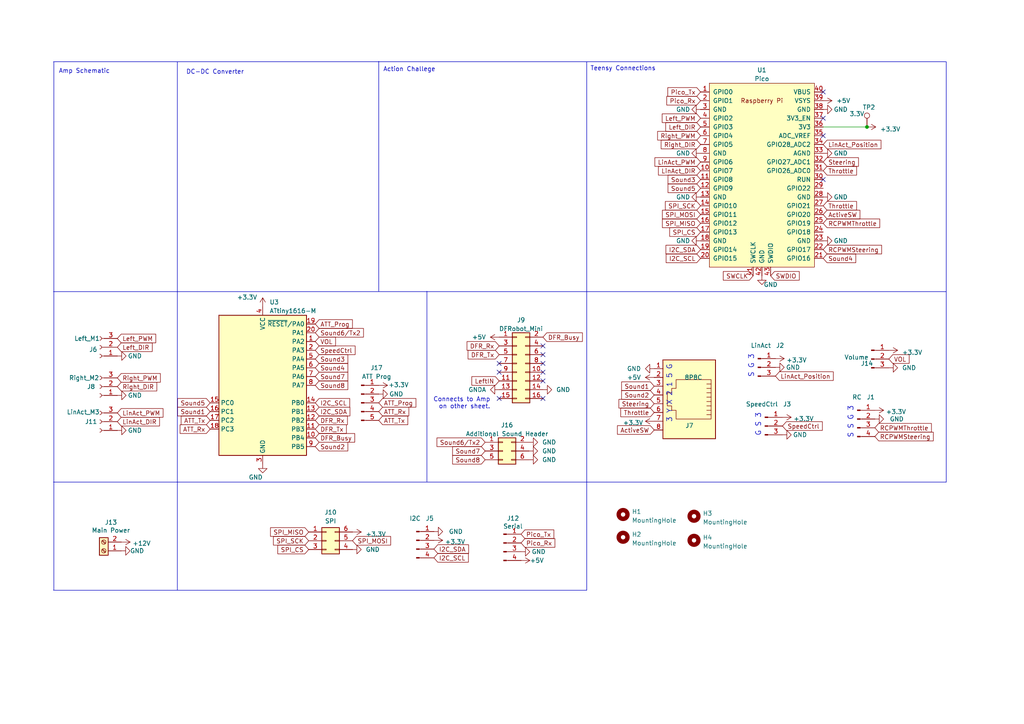
<source format=kicad_sch>
(kicad_sch (version 20230121) (generator eeschema)

  (uuid ee7e864e-15ea-4ba5-a64c-c53b37d2e4fb)

  (paper "A4")

  (lib_symbols
    (symbol "Connector:8P8C" (pin_names (offset 1.016)) (in_bom yes) (on_board yes)
      (property "Reference" "J" (at -5.08 13.97 0)
        (effects (font (size 1.27 1.27)) (justify right))
      )
      (property "Value" "8P8C" (at 2.54 13.97 0)
        (effects (font (size 1.27 1.27)) (justify left))
      )
      (property "Footprint" "" (at 0 0.635 90)
        (effects (font (size 1.27 1.27)) hide)
      )
      (property "Datasheet" "~" (at 0 0.635 90)
        (effects (font (size 1.27 1.27)) hide)
      )
      (property "ki_keywords" "8P8C RJ female connector" (at 0 0 0)
        (effects (font (size 1.27 1.27)) hide)
      )
      (property "ki_description" "RJ connector, 8P8C (8 positions 8 connected), RJ31/RJ32/RJ33/RJ34/RJ35/RJ41/RJ45/RJ49/RJ61" (at 0 0 0)
        (effects (font (size 1.27 1.27)) hide)
      )
      (property "ki_fp_filters" "8P8C* RJ31* RJ32* RJ33* RJ34* RJ35* RJ41* RJ45* RJ49* RJ61*" (at 0 0 0)
        (effects (font (size 1.27 1.27)) hide)
      )
      (symbol "8P8C_0_1"
        (polyline
          (pts
            (xy -5.08 4.445)
            (xy -6.35 4.445)
          )
          (stroke (width 0) (type default))
          (fill (type none))
        )
        (polyline
          (pts
            (xy -5.08 5.715)
            (xy -6.35 5.715)
          )
          (stroke (width 0) (type default))
          (fill (type none))
        )
        (polyline
          (pts
            (xy -6.35 -3.175)
            (xy -5.08 -3.175)
            (xy -5.08 -3.175)
          )
          (stroke (width 0) (type default))
          (fill (type none))
        )
        (polyline
          (pts
            (xy -6.35 -1.905)
            (xy -5.08 -1.905)
            (xy -5.08 -1.905)
          )
          (stroke (width 0) (type default))
          (fill (type none))
        )
        (polyline
          (pts
            (xy -6.35 -0.635)
            (xy -5.08 -0.635)
            (xy -5.08 -0.635)
          )
          (stroke (width 0) (type default))
          (fill (type none))
        )
        (polyline
          (pts
            (xy -6.35 0.635)
            (xy -5.08 0.635)
            (xy -5.08 0.635)
          )
          (stroke (width 0) (type default))
          (fill (type none))
        )
        (polyline
          (pts
            (xy -6.35 1.905)
            (xy -5.08 1.905)
            (xy -5.08 1.905)
          )
          (stroke (width 0) (type default))
          (fill (type none))
        )
        (polyline
          (pts
            (xy -5.08 3.175)
            (xy -6.35 3.175)
            (xy -6.35 3.175)
          )
          (stroke (width 0) (type default))
          (fill (type none))
        )
        (polyline
          (pts
            (xy -6.35 -4.445)
            (xy -6.35 6.985)
            (xy 3.81 6.985)
            (xy 3.81 4.445)
            (xy 5.08 4.445)
            (xy 5.08 3.175)
            (xy 6.35 3.175)
            (xy 6.35 -0.635)
            (xy 5.08 -0.635)
            (xy 5.08 -1.905)
            (xy 3.81 -1.905)
            (xy 3.81 -4.445)
            (xy -6.35 -4.445)
            (xy -6.35 -4.445)
          )
          (stroke (width 0) (type default))
          (fill (type none))
        )
        (rectangle (start 7.62 12.7) (end -7.62 -10.16)
          (stroke (width 0.254) (type default))
          (fill (type background))
        )
      )
      (symbol "8P8C_1_1"
        (pin passive line (at 10.16 -7.62 180) (length 2.54)
          (name "~" (effects (font (size 1.27 1.27))))
          (number "1" (effects (font (size 1.27 1.27))))
        )
        (pin passive line (at 10.16 -5.08 180) (length 2.54)
          (name "~" (effects (font (size 1.27 1.27))))
          (number "2" (effects (font (size 1.27 1.27))))
        )
        (pin passive line (at 10.16 -2.54 180) (length 2.54)
          (name "~" (effects (font (size 1.27 1.27))))
          (number "3" (effects (font (size 1.27 1.27))))
        )
        (pin passive line (at 10.16 0 180) (length 2.54)
          (name "~" (effects (font (size 1.27 1.27))))
          (number "4" (effects (font (size 1.27 1.27))))
        )
        (pin passive line (at 10.16 2.54 180) (length 2.54)
          (name "~" (effects (font (size 1.27 1.27))))
          (number "5" (effects (font (size 1.27 1.27))))
        )
        (pin passive line (at 10.16 5.08 180) (length 2.54)
          (name "~" (effects (font (size 1.27 1.27))))
          (number "6" (effects (font (size 1.27 1.27))))
        )
        (pin passive line (at 10.16 7.62 180) (length 2.54)
          (name "~" (effects (font (size 1.27 1.27))))
          (number "7" (effects (font (size 1.27 1.27))))
        )
        (pin passive line (at 10.16 10.16 180) (length 2.54)
          (name "~" (effects (font (size 1.27 1.27))))
          (number "8" (effects (font (size 1.27 1.27))))
        )
      )
    )
    (symbol "Connector:Conn_01x03_Female" (pin_names (offset 1.016) hide) (in_bom yes) (on_board yes)
      (property "Reference" "J" (at 0 5.08 0)
        (effects (font (size 1.27 1.27)))
      )
      (property "Value" "Conn_01x03_Female" (at 0 -5.08 0)
        (effects (font (size 1.27 1.27)))
      )
      (property "Footprint" "" (at 0 0 0)
        (effects (font (size 1.27 1.27)) hide)
      )
      (property "Datasheet" "~" (at 0 0 0)
        (effects (font (size 1.27 1.27)) hide)
      )
      (property "ki_keywords" "connector" (at 0 0 0)
        (effects (font (size 1.27 1.27)) hide)
      )
      (property "ki_description" "Generic connector, single row, 01x03, script generated (kicad-library-utils/schlib/autogen/connector/)" (at 0 0 0)
        (effects (font (size 1.27 1.27)) hide)
      )
      (property "ki_fp_filters" "Connector*:*_1x??_*" (at 0 0 0)
        (effects (font (size 1.27 1.27)) hide)
      )
      (symbol "Conn_01x03_Female_1_1"
        (arc (start 0 -2.032) (mid -0.5058 -2.54) (end 0 -3.048)
          (stroke (width 0.1524) (type default))
          (fill (type none))
        )
        (polyline
          (pts
            (xy -1.27 -2.54)
            (xy -0.508 -2.54)
          )
          (stroke (width 0.1524) (type default))
          (fill (type none))
        )
        (polyline
          (pts
            (xy -1.27 0)
            (xy -0.508 0)
          )
          (stroke (width 0.1524) (type default))
          (fill (type none))
        )
        (polyline
          (pts
            (xy -1.27 2.54)
            (xy -0.508 2.54)
          )
          (stroke (width 0.1524) (type default))
          (fill (type none))
        )
        (arc (start 0 0.508) (mid -0.5058 0) (end 0 -0.508)
          (stroke (width 0.1524) (type default))
          (fill (type none))
        )
        (arc (start 0 3.048) (mid -0.5058 2.54) (end 0 2.032)
          (stroke (width 0.1524) (type default))
          (fill (type none))
        )
        (pin passive line (at -5.08 2.54 0) (length 3.81)
          (name "Pin_1" (effects (font (size 1.27 1.27))))
          (number "1" (effects (font (size 1.27 1.27))))
        )
        (pin passive line (at -5.08 0 0) (length 3.81)
          (name "Pin_2" (effects (font (size 1.27 1.27))))
          (number "2" (effects (font (size 1.27 1.27))))
        )
        (pin passive line (at -5.08 -2.54 0) (length 3.81)
          (name "Pin_3" (effects (font (size 1.27 1.27))))
          (number "3" (effects (font (size 1.27 1.27))))
        )
      )
    )
    (symbol "Connector:Conn_01x03_Male" (pin_names (offset 1.016) hide) (in_bom yes) (on_board yes)
      (property "Reference" "J" (at 0 5.08 0)
        (effects (font (size 1.27 1.27)))
      )
      (property "Value" "Conn_01x03_Male" (at 0 -5.08 0)
        (effects (font (size 1.27 1.27)))
      )
      (property "Footprint" "" (at 0 0 0)
        (effects (font (size 1.27 1.27)) hide)
      )
      (property "Datasheet" "~" (at 0 0 0)
        (effects (font (size 1.27 1.27)) hide)
      )
      (property "ki_keywords" "connector" (at 0 0 0)
        (effects (font (size 1.27 1.27)) hide)
      )
      (property "ki_description" "Generic connector, single row, 01x03, script generated (kicad-library-utils/schlib/autogen/connector/)" (at 0 0 0)
        (effects (font (size 1.27 1.27)) hide)
      )
      (property "ki_fp_filters" "Connector*:*_1x??_*" (at 0 0 0)
        (effects (font (size 1.27 1.27)) hide)
      )
      (symbol "Conn_01x03_Male_1_1"
        (polyline
          (pts
            (xy 1.27 -2.54)
            (xy 0.8636 -2.54)
          )
          (stroke (width 0.1524) (type default))
          (fill (type none))
        )
        (polyline
          (pts
            (xy 1.27 0)
            (xy 0.8636 0)
          )
          (stroke (width 0.1524) (type default))
          (fill (type none))
        )
        (polyline
          (pts
            (xy 1.27 2.54)
            (xy 0.8636 2.54)
          )
          (stroke (width 0.1524) (type default))
          (fill (type none))
        )
        (rectangle (start 0.8636 -2.413) (end 0 -2.667)
          (stroke (width 0.1524) (type default))
          (fill (type outline))
        )
        (rectangle (start 0.8636 0.127) (end 0 -0.127)
          (stroke (width 0.1524) (type default))
          (fill (type outline))
        )
        (rectangle (start 0.8636 2.667) (end 0 2.413)
          (stroke (width 0.1524) (type default))
          (fill (type outline))
        )
        (pin passive line (at 5.08 2.54 180) (length 3.81)
          (name "Pin_1" (effects (font (size 1.27 1.27))))
          (number "1" (effects (font (size 1.27 1.27))))
        )
        (pin passive line (at 5.08 0 180) (length 3.81)
          (name "Pin_2" (effects (font (size 1.27 1.27))))
          (number "2" (effects (font (size 1.27 1.27))))
        )
        (pin passive line (at 5.08 -2.54 180) (length 3.81)
          (name "Pin_3" (effects (font (size 1.27 1.27))))
          (number "3" (effects (font (size 1.27 1.27))))
        )
      )
    )
    (symbol "Connector:Conn_01x04_Male" (pin_names (offset 1.016) hide) (in_bom yes) (on_board yes)
      (property "Reference" "J" (at 0 5.08 0)
        (effects (font (size 1.27 1.27)))
      )
      (property "Value" "Conn_01x04_Male" (at 0 -7.62 0)
        (effects (font (size 1.27 1.27)))
      )
      (property "Footprint" "" (at 0 0 0)
        (effects (font (size 1.27 1.27)) hide)
      )
      (property "Datasheet" "~" (at 0 0 0)
        (effects (font (size 1.27 1.27)) hide)
      )
      (property "ki_keywords" "connector" (at 0 0 0)
        (effects (font (size 1.27 1.27)) hide)
      )
      (property "ki_description" "Generic connector, single row, 01x04, script generated (kicad-library-utils/schlib/autogen/connector/)" (at 0 0 0)
        (effects (font (size 1.27 1.27)) hide)
      )
      (property "ki_fp_filters" "Connector*:*_1x??_*" (at 0 0 0)
        (effects (font (size 1.27 1.27)) hide)
      )
      (symbol "Conn_01x04_Male_1_1"
        (polyline
          (pts
            (xy 1.27 -5.08)
            (xy 0.8636 -5.08)
          )
          (stroke (width 0.1524) (type default))
          (fill (type none))
        )
        (polyline
          (pts
            (xy 1.27 -2.54)
            (xy 0.8636 -2.54)
          )
          (stroke (width 0.1524) (type default))
          (fill (type none))
        )
        (polyline
          (pts
            (xy 1.27 0)
            (xy 0.8636 0)
          )
          (stroke (width 0.1524) (type default))
          (fill (type none))
        )
        (polyline
          (pts
            (xy 1.27 2.54)
            (xy 0.8636 2.54)
          )
          (stroke (width 0.1524) (type default))
          (fill (type none))
        )
        (rectangle (start 0.8636 -4.953) (end 0 -5.207)
          (stroke (width 0.1524) (type default))
          (fill (type outline))
        )
        (rectangle (start 0.8636 -2.413) (end 0 -2.667)
          (stroke (width 0.1524) (type default))
          (fill (type outline))
        )
        (rectangle (start 0.8636 0.127) (end 0 -0.127)
          (stroke (width 0.1524) (type default))
          (fill (type outline))
        )
        (rectangle (start 0.8636 2.667) (end 0 2.413)
          (stroke (width 0.1524) (type default))
          (fill (type outline))
        )
        (pin passive line (at 5.08 2.54 180) (length 3.81)
          (name "Pin_1" (effects (font (size 1.27 1.27))))
          (number "1" (effects (font (size 1.27 1.27))))
        )
        (pin passive line (at 5.08 0 180) (length 3.81)
          (name "Pin_2" (effects (font (size 1.27 1.27))))
          (number "2" (effects (font (size 1.27 1.27))))
        )
        (pin passive line (at 5.08 -2.54 180) (length 3.81)
          (name "Pin_3" (effects (font (size 1.27 1.27))))
          (number "3" (effects (font (size 1.27 1.27))))
        )
        (pin passive line (at 5.08 -5.08 180) (length 3.81)
          (name "Pin_4" (effects (font (size 1.27 1.27))))
          (number "4" (effects (font (size 1.27 1.27))))
        )
      )
    )
    (symbol "Connector:Conn_01x05_Pin" (pin_names (offset 1.016) hide) (in_bom yes) (on_board yes)
      (property "Reference" "J" (at 0 7.62 0)
        (effects (font (size 1.27 1.27)))
      )
      (property "Value" "Conn_01x05_Pin" (at 0 -7.62 0)
        (effects (font (size 1.27 1.27)))
      )
      (property "Footprint" "" (at 0 0 0)
        (effects (font (size 1.27 1.27)) hide)
      )
      (property "Datasheet" "~" (at 0 0 0)
        (effects (font (size 1.27 1.27)) hide)
      )
      (property "ki_locked" "" (at 0 0 0)
        (effects (font (size 1.27 1.27)))
      )
      (property "ki_keywords" "connector" (at 0 0 0)
        (effects (font (size 1.27 1.27)) hide)
      )
      (property "ki_description" "Generic connector, single row, 01x05, script generated" (at 0 0 0)
        (effects (font (size 1.27 1.27)) hide)
      )
      (property "ki_fp_filters" "Connector*:*_1x??_*" (at 0 0 0)
        (effects (font (size 1.27 1.27)) hide)
      )
      (symbol "Conn_01x05_Pin_1_1"
        (polyline
          (pts
            (xy 1.27 -5.08)
            (xy 0.8636 -5.08)
          )
          (stroke (width 0.1524) (type default))
          (fill (type none))
        )
        (polyline
          (pts
            (xy 1.27 -2.54)
            (xy 0.8636 -2.54)
          )
          (stroke (width 0.1524) (type default))
          (fill (type none))
        )
        (polyline
          (pts
            (xy 1.27 0)
            (xy 0.8636 0)
          )
          (stroke (width 0.1524) (type default))
          (fill (type none))
        )
        (polyline
          (pts
            (xy 1.27 2.54)
            (xy 0.8636 2.54)
          )
          (stroke (width 0.1524) (type default))
          (fill (type none))
        )
        (polyline
          (pts
            (xy 1.27 5.08)
            (xy 0.8636 5.08)
          )
          (stroke (width 0.1524) (type default))
          (fill (type none))
        )
        (rectangle (start 0.8636 -4.953) (end 0 -5.207)
          (stroke (width 0.1524) (type default))
          (fill (type outline))
        )
        (rectangle (start 0.8636 -2.413) (end 0 -2.667)
          (stroke (width 0.1524) (type default))
          (fill (type outline))
        )
        (rectangle (start 0.8636 0.127) (end 0 -0.127)
          (stroke (width 0.1524) (type default))
          (fill (type outline))
        )
        (rectangle (start 0.8636 2.667) (end 0 2.413)
          (stroke (width 0.1524) (type default))
          (fill (type outline))
        )
        (rectangle (start 0.8636 5.207) (end 0 4.953)
          (stroke (width 0.1524) (type default))
          (fill (type outline))
        )
        (pin passive line (at 5.08 5.08 180) (length 3.81)
          (name "Pin_1" (effects (font (size 1.27 1.27))))
          (number "1" (effects (font (size 1.27 1.27))))
        )
        (pin passive line (at 5.08 2.54 180) (length 3.81)
          (name "Pin_2" (effects (font (size 1.27 1.27))))
          (number "2" (effects (font (size 1.27 1.27))))
        )
        (pin passive line (at 5.08 0 180) (length 3.81)
          (name "Pin_3" (effects (font (size 1.27 1.27))))
          (number "3" (effects (font (size 1.27 1.27))))
        )
        (pin passive line (at 5.08 -2.54 180) (length 3.81)
          (name "Pin_4" (effects (font (size 1.27 1.27))))
          (number "4" (effects (font (size 1.27 1.27))))
        )
        (pin passive line (at 5.08 -5.08 180) (length 3.81)
          (name "Pin_5" (effects (font (size 1.27 1.27))))
          (number "5" (effects (font (size 1.27 1.27))))
        )
      )
    )
    (symbol "Connector:Screw_Terminal_01x02" (pin_names (offset 1.016) hide) (in_bom yes) (on_board yes)
      (property "Reference" "J" (at 0 2.54 0)
        (effects (font (size 1.27 1.27)))
      )
      (property "Value" "Screw_Terminal_01x02" (at 0 -5.08 0)
        (effects (font (size 1.27 1.27)))
      )
      (property "Footprint" "" (at 0 0 0)
        (effects (font (size 1.27 1.27)) hide)
      )
      (property "Datasheet" "~" (at 0 0 0)
        (effects (font (size 1.27 1.27)) hide)
      )
      (property "ki_keywords" "screw terminal" (at 0 0 0)
        (effects (font (size 1.27 1.27)) hide)
      )
      (property "ki_description" "Generic screw terminal, single row, 01x02, script generated (kicad-library-utils/schlib/autogen/connector/)" (at 0 0 0)
        (effects (font (size 1.27 1.27)) hide)
      )
      (property "ki_fp_filters" "TerminalBlock*:*" (at 0 0 0)
        (effects (font (size 1.27 1.27)) hide)
      )
      (symbol "Screw_Terminal_01x02_1_1"
        (rectangle (start -1.27 1.27) (end 1.27 -3.81)
          (stroke (width 0.254) (type default))
          (fill (type background))
        )
        (circle (center 0 -2.54) (radius 0.635)
          (stroke (width 0.1524) (type default))
          (fill (type none))
        )
        (polyline
          (pts
            (xy -0.5334 -2.2098)
            (xy 0.3302 -3.048)
          )
          (stroke (width 0.1524) (type default))
          (fill (type none))
        )
        (polyline
          (pts
            (xy -0.5334 0.3302)
            (xy 0.3302 -0.508)
          )
          (stroke (width 0.1524) (type default))
          (fill (type none))
        )
        (polyline
          (pts
            (xy -0.3556 -2.032)
            (xy 0.508 -2.8702)
          )
          (stroke (width 0.1524) (type default))
          (fill (type none))
        )
        (polyline
          (pts
            (xy -0.3556 0.508)
            (xy 0.508 -0.3302)
          )
          (stroke (width 0.1524) (type default))
          (fill (type none))
        )
        (circle (center 0 0) (radius 0.635)
          (stroke (width 0.1524) (type default))
          (fill (type none))
        )
        (pin passive line (at -5.08 0 0) (length 3.81)
          (name "Pin_1" (effects (font (size 1.27 1.27))))
          (number "1" (effects (font (size 1.27 1.27))))
        )
        (pin passive line (at -5.08 -2.54 0) (length 3.81)
          (name "Pin_2" (effects (font (size 1.27 1.27))))
          (number "2" (effects (font (size 1.27 1.27))))
        )
      )
    )
    (symbol "Connector:TestPoint" (pin_numbers hide) (pin_names (offset 0.762) hide) (in_bom yes) (on_board yes)
      (property "Reference" "TP" (at 0 6.858 0)
        (effects (font (size 1.27 1.27)))
      )
      (property "Value" "TestPoint" (at 0 5.08 0)
        (effects (font (size 1.27 1.27)))
      )
      (property "Footprint" "" (at 5.08 0 0)
        (effects (font (size 1.27 1.27)) hide)
      )
      (property "Datasheet" "~" (at 5.08 0 0)
        (effects (font (size 1.27 1.27)) hide)
      )
      (property "ki_keywords" "test point tp" (at 0 0 0)
        (effects (font (size 1.27 1.27)) hide)
      )
      (property "ki_description" "test point" (at 0 0 0)
        (effects (font (size 1.27 1.27)) hide)
      )
      (property "ki_fp_filters" "Pin* Test*" (at 0 0 0)
        (effects (font (size 1.27 1.27)) hide)
      )
      (symbol "TestPoint_0_1"
        (circle (center 0 3.302) (radius 0.762)
          (stroke (width 0) (type default))
          (fill (type none))
        )
      )
      (symbol "TestPoint_1_1"
        (pin passive line (at 0 0 90) (length 2.54)
          (name "1" (effects (font (size 1.27 1.27))))
          (number "1" (effects (font (size 1.27 1.27))))
        )
      )
    )
    (symbol "Connector_Generic:Conn_02x03_Counter_Clockwise" (pin_names (offset 1.016) hide) (in_bom yes) (on_board yes)
      (property "Reference" "J" (at 1.27 5.08 0)
        (effects (font (size 1.27 1.27)))
      )
      (property "Value" "Conn_02x03_Counter_Clockwise" (at 1.27 -5.08 0)
        (effects (font (size 1.27 1.27)))
      )
      (property "Footprint" "" (at 0 0 0)
        (effects (font (size 1.27 1.27)) hide)
      )
      (property "Datasheet" "~" (at 0 0 0)
        (effects (font (size 1.27 1.27)) hide)
      )
      (property "ki_keywords" "connector" (at 0 0 0)
        (effects (font (size 1.27 1.27)) hide)
      )
      (property "ki_description" "Generic connector, double row, 02x03, counter clockwise pin numbering scheme (similar to DIP package numbering), script generated (kicad-library-utils/schlib/autogen/connector/)" (at 0 0 0)
        (effects (font (size 1.27 1.27)) hide)
      )
      (property "ki_fp_filters" "Connector*:*_2x??_*" (at 0 0 0)
        (effects (font (size 1.27 1.27)) hide)
      )
      (symbol "Conn_02x03_Counter_Clockwise_1_1"
        (rectangle (start -1.27 -2.413) (end 0 -2.667)
          (stroke (width 0.1524) (type default))
          (fill (type none))
        )
        (rectangle (start -1.27 0.127) (end 0 -0.127)
          (stroke (width 0.1524) (type default))
          (fill (type none))
        )
        (rectangle (start -1.27 2.667) (end 0 2.413)
          (stroke (width 0.1524) (type default))
          (fill (type none))
        )
        (rectangle (start -1.27 3.81) (end 3.81 -3.81)
          (stroke (width 0.254) (type default))
          (fill (type background))
        )
        (rectangle (start 3.81 -2.413) (end 2.54 -2.667)
          (stroke (width 0.1524) (type default))
          (fill (type none))
        )
        (rectangle (start 3.81 0.127) (end 2.54 -0.127)
          (stroke (width 0.1524) (type default))
          (fill (type none))
        )
        (rectangle (start 3.81 2.667) (end 2.54 2.413)
          (stroke (width 0.1524) (type default))
          (fill (type none))
        )
        (pin passive line (at -5.08 2.54 0) (length 3.81)
          (name "Pin_1" (effects (font (size 1.27 1.27))))
          (number "1" (effects (font (size 1.27 1.27))))
        )
        (pin passive line (at -5.08 0 0) (length 3.81)
          (name "Pin_2" (effects (font (size 1.27 1.27))))
          (number "2" (effects (font (size 1.27 1.27))))
        )
        (pin passive line (at -5.08 -2.54 0) (length 3.81)
          (name "Pin_3" (effects (font (size 1.27 1.27))))
          (number "3" (effects (font (size 1.27 1.27))))
        )
        (pin passive line (at 7.62 -2.54 180) (length 3.81)
          (name "Pin_4" (effects (font (size 1.27 1.27))))
          (number "4" (effects (font (size 1.27 1.27))))
        )
        (pin passive line (at 7.62 0 180) (length 3.81)
          (name "Pin_5" (effects (font (size 1.27 1.27))))
          (number "5" (effects (font (size 1.27 1.27))))
        )
        (pin passive line (at 7.62 2.54 180) (length 3.81)
          (name "Pin_6" (effects (font (size 1.27 1.27))))
          (number "6" (effects (font (size 1.27 1.27))))
        )
      )
    )
    (symbol "Connector_Generic:Conn_02x03_Odd_Even" (pin_names (offset 1.016) hide) (in_bom yes) (on_board yes)
      (property "Reference" "J" (at 1.27 5.08 0)
        (effects (font (size 1.27 1.27)))
      )
      (property "Value" "Conn_02x03_Odd_Even" (at 1.27 -5.08 0)
        (effects (font (size 1.27 1.27)))
      )
      (property "Footprint" "" (at 0 0 0)
        (effects (font (size 1.27 1.27)) hide)
      )
      (property "Datasheet" "~" (at 0 0 0)
        (effects (font (size 1.27 1.27)) hide)
      )
      (property "ki_keywords" "connector" (at 0 0 0)
        (effects (font (size 1.27 1.27)) hide)
      )
      (property "ki_description" "Generic connector, double row, 02x03, odd/even pin numbering scheme (row 1 odd numbers, row 2 even numbers), script generated (kicad-library-utils/schlib/autogen/connector/)" (at 0 0 0)
        (effects (font (size 1.27 1.27)) hide)
      )
      (property "ki_fp_filters" "Connector*:*_2x??_*" (at 0 0 0)
        (effects (font (size 1.27 1.27)) hide)
      )
      (symbol "Conn_02x03_Odd_Even_1_1"
        (rectangle (start -1.27 -2.413) (end 0 -2.667)
          (stroke (width 0.1524) (type default))
          (fill (type none))
        )
        (rectangle (start -1.27 0.127) (end 0 -0.127)
          (stroke (width 0.1524) (type default))
          (fill (type none))
        )
        (rectangle (start -1.27 2.667) (end 0 2.413)
          (stroke (width 0.1524) (type default))
          (fill (type none))
        )
        (rectangle (start -1.27 3.81) (end 3.81 -3.81)
          (stroke (width 0.254) (type default))
          (fill (type background))
        )
        (rectangle (start 3.81 -2.413) (end 2.54 -2.667)
          (stroke (width 0.1524) (type default))
          (fill (type none))
        )
        (rectangle (start 3.81 0.127) (end 2.54 -0.127)
          (stroke (width 0.1524) (type default))
          (fill (type none))
        )
        (rectangle (start 3.81 2.667) (end 2.54 2.413)
          (stroke (width 0.1524) (type default))
          (fill (type none))
        )
        (pin passive line (at -5.08 2.54 0) (length 3.81)
          (name "Pin_1" (effects (font (size 1.27 1.27))))
          (number "1" (effects (font (size 1.27 1.27))))
        )
        (pin passive line (at 7.62 2.54 180) (length 3.81)
          (name "Pin_2" (effects (font (size 1.27 1.27))))
          (number "2" (effects (font (size 1.27 1.27))))
        )
        (pin passive line (at -5.08 0 0) (length 3.81)
          (name "Pin_3" (effects (font (size 1.27 1.27))))
          (number "3" (effects (font (size 1.27 1.27))))
        )
        (pin passive line (at 7.62 0 180) (length 3.81)
          (name "Pin_4" (effects (font (size 1.27 1.27))))
          (number "4" (effects (font (size 1.27 1.27))))
        )
        (pin passive line (at -5.08 -2.54 0) (length 3.81)
          (name "Pin_5" (effects (font (size 1.27 1.27))))
          (number "5" (effects (font (size 1.27 1.27))))
        )
        (pin passive line (at 7.62 -2.54 180) (length 3.81)
          (name "Pin_6" (effects (font (size 1.27 1.27))))
          (number "6" (effects (font (size 1.27 1.27))))
        )
      )
    )
    (symbol "Connector_Generic:Conn_02x08_Odd_Even" (pin_names (offset 1.016) hide) (in_bom yes) (on_board yes)
      (property "Reference" "J" (at 1.27 10.16 0)
        (effects (font (size 1.27 1.27)))
      )
      (property "Value" "Conn_02x08_Odd_Even" (at 1.27 -12.7 0)
        (effects (font (size 1.27 1.27)))
      )
      (property "Footprint" "" (at 0 0 0)
        (effects (font (size 1.27 1.27)) hide)
      )
      (property "Datasheet" "~" (at 0 0 0)
        (effects (font (size 1.27 1.27)) hide)
      )
      (property "ki_keywords" "connector" (at 0 0 0)
        (effects (font (size 1.27 1.27)) hide)
      )
      (property "ki_description" "Generic connector, double row, 02x08, odd/even pin numbering scheme (row 1 odd numbers, row 2 even numbers), script generated (kicad-library-utils/schlib/autogen/connector/)" (at 0 0 0)
        (effects (font (size 1.27 1.27)) hide)
      )
      (property "ki_fp_filters" "Connector*:*_2x??_*" (at 0 0 0)
        (effects (font (size 1.27 1.27)) hide)
      )
      (symbol "Conn_02x08_Odd_Even_1_1"
        (rectangle (start -1.27 -10.033) (end 0 -10.287)
          (stroke (width 0.1524) (type default))
          (fill (type none))
        )
        (rectangle (start -1.27 -7.493) (end 0 -7.747)
          (stroke (width 0.1524) (type default))
          (fill (type none))
        )
        (rectangle (start -1.27 -4.953) (end 0 -5.207)
          (stroke (width 0.1524) (type default))
          (fill (type none))
        )
        (rectangle (start -1.27 -2.413) (end 0 -2.667)
          (stroke (width 0.1524) (type default))
          (fill (type none))
        )
        (rectangle (start -1.27 0.127) (end 0 -0.127)
          (stroke (width 0.1524) (type default))
          (fill (type none))
        )
        (rectangle (start -1.27 2.667) (end 0 2.413)
          (stroke (width 0.1524) (type default))
          (fill (type none))
        )
        (rectangle (start -1.27 5.207) (end 0 4.953)
          (stroke (width 0.1524) (type default))
          (fill (type none))
        )
        (rectangle (start -1.27 7.747) (end 0 7.493)
          (stroke (width 0.1524) (type default))
          (fill (type none))
        )
        (rectangle (start -1.27 8.89) (end 3.81 -11.43)
          (stroke (width 0.254) (type default))
          (fill (type background))
        )
        (rectangle (start 3.81 -10.033) (end 2.54 -10.287)
          (stroke (width 0.1524) (type default))
          (fill (type none))
        )
        (rectangle (start 3.81 -7.493) (end 2.54 -7.747)
          (stroke (width 0.1524) (type default))
          (fill (type none))
        )
        (rectangle (start 3.81 -4.953) (end 2.54 -5.207)
          (stroke (width 0.1524) (type default))
          (fill (type none))
        )
        (rectangle (start 3.81 -2.413) (end 2.54 -2.667)
          (stroke (width 0.1524) (type default))
          (fill (type none))
        )
        (rectangle (start 3.81 0.127) (end 2.54 -0.127)
          (stroke (width 0.1524) (type default))
          (fill (type none))
        )
        (rectangle (start 3.81 2.667) (end 2.54 2.413)
          (stroke (width 0.1524) (type default))
          (fill (type none))
        )
        (rectangle (start 3.81 5.207) (end 2.54 4.953)
          (stroke (width 0.1524) (type default))
          (fill (type none))
        )
        (rectangle (start 3.81 7.747) (end 2.54 7.493)
          (stroke (width 0.1524) (type default))
          (fill (type none))
        )
        (pin passive line (at -5.08 7.62 0) (length 3.81)
          (name "Pin_1" (effects (font (size 1.27 1.27))))
          (number "1" (effects (font (size 1.27 1.27))))
        )
        (pin passive line (at 7.62 -2.54 180) (length 3.81)
          (name "Pin_10" (effects (font (size 1.27 1.27))))
          (number "10" (effects (font (size 1.27 1.27))))
        )
        (pin passive line (at -5.08 -5.08 0) (length 3.81)
          (name "Pin_11" (effects (font (size 1.27 1.27))))
          (number "11" (effects (font (size 1.27 1.27))))
        )
        (pin passive line (at 7.62 -5.08 180) (length 3.81)
          (name "Pin_12" (effects (font (size 1.27 1.27))))
          (number "12" (effects (font (size 1.27 1.27))))
        )
        (pin passive line (at -5.08 -7.62 0) (length 3.81)
          (name "Pin_13" (effects (font (size 1.27 1.27))))
          (number "13" (effects (font (size 1.27 1.27))))
        )
        (pin passive line (at 7.62 -7.62 180) (length 3.81)
          (name "Pin_14" (effects (font (size 1.27 1.27))))
          (number "14" (effects (font (size 1.27 1.27))))
        )
        (pin passive line (at -5.08 -10.16 0) (length 3.81)
          (name "Pin_15" (effects (font (size 1.27 1.27))))
          (number "15" (effects (font (size 1.27 1.27))))
        )
        (pin passive line (at 7.62 -10.16 180) (length 3.81)
          (name "Pin_16" (effects (font (size 1.27 1.27))))
          (number "16" (effects (font (size 1.27 1.27))))
        )
        (pin passive line (at 7.62 7.62 180) (length 3.81)
          (name "Pin_2" (effects (font (size 1.27 1.27))))
          (number "2" (effects (font (size 1.27 1.27))))
        )
        (pin passive line (at -5.08 5.08 0) (length 3.81)
          (name "Pin_3" (effects (font (size 1.27 1.27))))
          (number "3" (effects (font (size 1.27 1.27))))
        )
        (pin passive line (at 7.62 5.08 180) (length 3.81)
          (name "Pin_4" (effects (font (size 1.27 1.27))))
          (number "4" (effects (font (size 1.27 1.27))))
        )
        (pin passive line (at -5.08 2.54 0) (length 3.81)
          (name "Pin_5" (effects (font (size 1.27 1.27))))
          (number "5" (effects (font (size 1.27 1.27))))
        )
        (pin passive line (at 7.62 2.54 180) (length 3.81)
          (name "Pin_6" (effects (font (size 1.27 1.27))))
          (number "6" (effects (font (size 1.27 1.27))))
        )
        (pin passive line (at -5.08 0 0) (length 3.81)
          (name "Pin_7" (effects (font (size 1.27 1.27))))
          (number "7" (effects (font (size 1.27 1.27))))
        )
        (pin passive line (at 7.62 0 180) (length 3.81)
          (name "Pin_8" (effects (font (size 1.27 1.27))))
          (number "8" (effects (font (size 1.27 1.27))))
        )
        (pin passive line (at -5.08 -2.54 0) (length 3.81)
          (name "Pin_9" (effects (font (size 1.27 1.27))))
          (number "9" (effects (font (size 1.27 1.27))))
        )
      )
    )
    (symbol "MCU_Microchip_ATtiny:ATtiny1616-M" (in_bom yes) (on_board yes)
      (property "Reference" "U" (at -12.7 21.59 0)
        (effects (font (size 1.27 1.27)) (justify left bottom))
      )
      (property "Value" "ATtiny1616-M" (at 2.54 -21.59 0)
        (effects (font (size 1.27 1.27)) (justify left top))
      )
      (property "Footprint" "Package_DFN_QFN:VQFN-20-1EP_3x3mm_P0.4mm_EP1.7x1.7mm" (at 0 0 0)
        (effects (font (size 1.27 1.27) italic) hide)
      )
      (property "Datasheet" "http://ww1.microchip.com/downloads/en/DeviceDoc/ATtiny3216_ATtiny1616-data-sheet-40001997B.pdf" (at 0 0 0)
        (effects (font (size 1.27 1.27)) hide)
      )
      (property "ki_keywords" "AVR 8bit Microcontroller tinyAVR" (at 0 0 0)
        (effects (font (size 1.27 1.27)) hide)
      )
      (property "ki_description" "20MHz, 16kB Flash, 2kB SRAM, 256B EEPROM, VQFN-20" (at 0 0 0)
        (effects (font (size 1.27 1.27)) hide)
      )
      (property "ki_fp_filters" "VQFN*1EP*3x3mm*P0.4mm*" (at 0 0 0)
        (effects (font (size 1.27 1.27)) hide)
      )
      (symbol "ATtiny1616-M_0_1"
        (rectangle (start -12.7 -20.32) (end 12.7 20.32)
          (stroke (width 0.254) (type default))
          (fill (type background))
        )
      )
      (symbol "ATtiny1616-M_1_1"
        (pin bidirectional line (at 15.24 12.7 180) (length 2.54)
          (name "PA2" (effects (font (size 1.27 1.27))))
          (number "1" (effects (font (size 1.27 1.27))))
        )
        (pin bidirectional line (at 15.24 -15.24 180) (length 2.54)
          (name "PB4" (effects (font (size 1.27 1.27))))
          (number "10" (effects (font (size 1.27 1.27))))
        )
        (pin bidirectional line (at 15.24 -12.7 180) (length 2.54)
          (name "PB3" (effects (font (size 1.27 1.27))))
          (number "11" (effects (font (size 1.27 1.27))))
        )
        (pin bidirectional line (at 15.24 -10.16 180) (length 2.54)
          (name "PB2" (effects (font (size 1.27 1.27))))
          (number "12" (effects (font (size 1.27 1.27))))
        )
        (pin bidirectional line (at 15.24 -7.62 180) (length 2.54)
          (name "PB1" (effects (font (size 1.27 1.27))))
          (number "13" (effects (font (size 1.27 1.27))))
        )
        (pin bidirectional line (at 15.24 -5.08 180) (length 2.54)
          (name "PB0" (effects (font (size 1.27 1.27))))
          (number "14" (effects (font (size 1.27 1.27))))
        )
        (pin bidirectional line (at -15.24 -5.08 0) (length 2.54)
          (name "PC0" (effects (font (size 1.27 1.27))))
          (number "15" (effects (font (size 1.27 1.27))))
        )
        (pin bidirectional line (at -15.24 -7.62 0) (length 2.54)
          (name "PC1" (effects (font (size 1.27 1.27))))
          (number "16" (effects (font (size 1.27 1.27))))
        )
        (pin bidirectional line (at -15.24 -10.16 0) (length 2.54)
          (name "PC2" (effects (font (size 1.27 1.27))))
          (number "17" (effects (font (size 1.27 1.27))))
        )
        (pin bidirectional line (at -15.24 -12.7 0) (length 2.54)
          (name "PC3" (effects (font (size 1.27 1.27))))
          (number "18" (effects (font (size 1.27 1.27))))
        )
        (pin bidirectional line (at 15.24 17.78 180) (length 2.54)
          (name "~{RESET}/PA0" (effects (font (size 1.27 1.27))))
          (number "19" (effects (font (size 1.27 1.27))))
        )
        (pin bidirectional line (at 15.24 10.16 180) (length 2.54)
          (name "PA3" (effects (font (size 1.27 1.27))))
          (number "2" (effects (font (size 1.27 1.27))))
        )
        (pin bidirectional line (at 15.24 15.24 180) (length 2.54)
          (name "PA1" (effects (font (size 1.27 1.27))))
          (number "20" (effects (font (size 1.27 1.27))))
        )
        (pin passive line (at 0 -22.86 90) (length 2.54) hide
          (name "GND" (effects (font (size 1.27 1.27))))
          (number "21" (effects (font (size 1.27 1.27))))
        )
        (pin power_in line (at 0 -22.86 90) (length 2.54)
          (name "GND" (effects (font (size 1.27 1.27))))
          (number "3" (effects (font (size 1.27 1.27))))
        )
        (pin power_in line (at 0 22.86 270) (length 2.54)
          (name "VCC" (effects (font (size 1.27 1.27))))
          (number "4" (effects (font (size 1.27 1.27))))
        )
        (pin bidirectional line (at 15.24 7.62 180) (length 2.54)
          (name "PA4" (effects (font (size 1.27 1.27))))
          (number "5" (effects (font (size 1.27 1.27))))
        )
        (pin bidirectional line (at 15.24 5.08 180) (length 2.54)
          (name "PA5" (effects (font (size 1.27 1.27))))
          (number "6" (effects (font (size 1.27 1.27))))
        )
        (pin bidirectional line (at 15.24 2.54 180) (length 2.54)
          (name "PA6" (effects (font (size 1.27 1.27))))
          (number "7" (effects (font (size 1.27 1.27))))
        )
        (pin bidirectional line (at 15.24 0 180) (length 2.54)
          (name "PA7" (effects (font (size 1.27 1.27))))
          (number "8" (effects (font (size 1.27 1.27))))
        )
        (pin bidirectional line (at 15.24 -17.78 180) (length 2.54)
          (name "PB5" (effects (font (size 1.27 1.27))))
          (number "9" (effects (font (size 1.27 1.27))))
        )
      )
    )
    (symbol "Mechanical:MountingHole" (pin_names (offset 1.016)) (in_bom yes) (on_board yes)
      (property "Reference" "H" (at 0 5.08 0)
        (effects (font (size 1.27 1.27)))
      )
      (property "Value" "MountingHole" (at 0 3.175 0)
        (effects (font (size 1.27 1.27)))
      )
      (property "Footprint" "" (at 0 0 0)
        (effects (font (size 1.27 1.27)) hide)
      )
      (property "Datasheet" "~" (at 0 0 0)
        (effects (font (size 1.27 1.27)) hide)
      )
      (property "ki_keywords" "mounting hole" (at 0 0 0)
        (effects (font (size 1.27 1.27)) hide)
      )
      (property "ki_description" "Mounting Hole without connection" (at 0 0 0)
        (effects (font (size 1.27 1.27)) hide)
      )
      (property "ki_fp_filters" "MountingHole*" (at 0 0 0)
        (effects (font (size 1.27 1.27)) hide)
      )
      (symbol "MountingHole_0_1"
        (circle (center 0 0) (radius 1.27)
          (stroke (width 1.27) (type default))
          (fill (type none))
        )
      )
    )
    (symbol "RPi_Pico:Pico" (pin_names (offset 1.016)) (in_bom yes) (on_board yes)
      (property "Reference" "U" (at -13.97 27.94 0)
        (effects (font (size 1.27 1.27)))
      )
      (property "Value" "Pico" (at 0 19.05 0)
        (effects (font (size 1.27 1.27)))
      )
      (property "Footprint" "RPi_Pico:RPi_Pico_SMD_TH" (at 0 0 90)
        (effects (font (size 1.27 1.27)) hide)
      )
      (property "Datasheet" "" (at 0 0 0)
        (effects (font (size 1.27 1.27)) hide)
      )
      (symbol "Pico_0_0"
        (text "Raspberry Pi" (at 0 21.59 0)
          (effects (font (size 1.27 1.27)))
        )
      )
      (symbol "Pico_0_1"
        (rectangle (start -15.24 26.67) (end 15.24 -26.67)
          (stroke (width 0) (type solid))
          (fill (type background))
        )
      )
      (symbol "Pico_1_1"
        (pin bidirectional line (at -17.78 24.13 0) (length 2.54)
          (name "GPIO0" (effects (font (size 1.27 1.27))))
          (number "1" (effects (font (size 1.27 1.27))))
        )
        (pin bidirectional line (at -17.78 1.27 0) (length 2.54)
          (name "GPIO7" (effects (font (size 1.27 1.27))))
          (number "10" (effects (font (size 1.27 1.27))))
        )
        (pin bidirectional line (at -17.78 -1.27 0) (length 2.54)
          (name "GPIO8" (effects (font (size 1.27 1.27))))
          (number "11" (effects (font (size 1.27 1.27))))
        )
        (pin bidirectional line (at -17.78 -3.81 0) (length 2.54)
          (name "GPIO9" (effects (font (size 1.27 1.27))))
          (number "12" (effects (font (size 1.27 1.27))))
        )
        (pin power_in line (at -17.78 -6.35 0) (length 2.54)
          (name "GND" (effects (font (size 1.27 1.27))))
          (number "13" (effects (font (size 1.27 1.27))))
        )
        (pin bidirectional line (at -17.78 -8.89 0) (length 2.54)
          (name "GPIO10" (effects (font (size 1.27 1.27))))
          (number "14" (effects (font (size 1.27 1.27))))
        )
        (pin bidirectional line (at -17.78 -11.43 0) (length 2.54)
          (name "GPIO11" (effects (font (size 1.27 1.27))))
          (number "15" (effects (font (size 1.27 1.27))))
        )
        (pin bidirectional line (at -17.78 -13.97 0) (length 2.54)
          (name "GPIO12" (effects (font (size 1.27 1.27))))
          (number "16" (effects (font (size 1.27 1.27))))
        )
        (pin bidirectional line (at -17.78 -16.51 0) (length 2.54)
          (name "GPIO13" (effects (font (size 1.27 1.27))))
          (number "17" (effects (font (size 1.27 1.27))))
        )
        (pin power_in line (at -17.78 -19.05 0) (length 2.54)
          (name "GND" (effects (font (size 1.27 1.27))))
          (number "18" (effects (font (size 1.27 1.27))))
        )
        (pin bidirectional line (at -17.78 -21.59 0) (length 2.54)
          (name "GPIO14" (effects (font (size 1.27 1.27))))
          (number "19" (effects (font (size 1.27 1.27))))
        )
        (pin bidirectional line (at -17.78 21.59 0) (length 2.54)
          (name "GPIO1" (effects (font (size 1.27 1.27))))
          (number "2" (effects (font (size 1.27 1.27))))
        )
        (pin bidirectional line (at -17.78 -24.13 0) (length 2.54)
          (name "GPIO15" (effects (font (size 1.27 1.27))))
          (number "20" (effects (font (size 1.27 1.27))))
        )
        (pin bidirectional line (at 17.78 -24.13 180) (length 2.54)
          (name "GPIO16" (effects (font (size 1.27 1.27))))
          (number "21" (effects (font (size 1.27 1.27))))
        )
        (pin bidirectional line (at 17.78 -21.59 180) (length 2.54)
          (name "GPIO17" (effects (font (size 1.27 1.27))))
          (number "22" (effects (font (size 1.27 1.27))))
        )
        (pin power_in line (at 17.78 -19.05 180) (length 2.54)
          (name "GND" (effects (font (size 1.27 1.27))))
          (number "23" (effects (font (size 1.27 1.27))))
        )
        (pin bidirectional line (at 17.78 -16.51 180) (length 2.54)
          (name "GPIO18" (effects (font (size 1.27 1.27))))
          (number "24" (effects (font (size 1.27 1.27))))
        )
        (pin bidirectional line (at 17.78 -13.97 180) (length 2.54)
          (name "GPIO19" (effects (font (size 1.27 1.27))))
          (number "25" (effects (font (size 1.27 1.27))))
        )
        (pin bidirectional line (at 17.78 -11.43 180) (length 2.54)
          (name "GPIO20" (effects (font (size 1.27 1.27))))
          (number "26" (effects (font (size 1.27 1.27))))
        )
        (pin bidirectional line (at 17.78 -8.89 180) (length 2.54)
          (name "GPIO21" (effects (font (size 1.27 1.27))))
          (number "27" (effects (font (size 1.27 1.27))))
        )
        (pin power_in line (at 17.78 -6.35 180) (length 2.54)
          (name "GND" (effects (font (size 1.27 1.27))))
          (number "28" (effects (font (size 1.27 1.27))))
        )
        (pin bidirectional line (at 17.78 -3.81 180) (length 2.54)
          (name "GPIO22" (effects (font (size 1.27 1.27))))
          (number "29" (effects (font (size 1.27 1.27))))
        )
        (pin power_in line (at -17.78 19.05 0) (length 2.54)
          (name "GND" (effects (font (size 1.27 1.27))))
          (number "3" (effects (font (size 1.27 1.27))))
        )
        (pin input line (at 17.78 -1.27 180) (length 2.54)
          (name "RUN" (effects (font (size 1.27 1.27))))
          (number "30" (effects (font (size 1.27 1.27))))
        )
        (pin bidirectional line (at 17.78 1.27 180) (length 2.54)
          (name "GPIO26_ADC0" (effects (font (size 1.27 1.27))))
          (number "31" (effects (font (size 1.27 1.27))))
        )
        (pin bidirectional line (at 17.78 3.81 180) (length 2.54)
          (name "GPIO27_ADC1" (effects (font (size 1.27 1.27))))
          (number "32" (effects (font (size 1.27 1.27))))
        )
        (pin power_in line (at 17.78 6.35 180) (length 2.54)
          (name "AGND" (effects (font (size 1.27 1.27))))
          (number "33" (effects (font (size 1.27 1.27))))
        )
        (pin bidirectional line (at 17.78 8.89 180) (length 2.54)
          (name "GPIO28_ADC2" (effects (font (size 1.27 1.27))))
          (number "34" (effects (font (size 1.27 1.27))))
        )
        (pin unspecified line (at 17.78 11.43 180) (length 2.54)
          (name "ADC_VREF" (effects (font (size 1.27 1.27))))
          (number "35" (effects (font (size 1.27 1.27))))
        )
        (pin unspecified line (at 17.78 13.97 180) (length 2.54)
          (name "3V3" (effects (font (size 1.27 1.27))))
          (number "36" (effects (font (size 1.27 1.27))))
        )
        (pin input line (at 17.78 16.51 180) (length 2.54)
          (name "3V3_EN" (effects (font (size 1.27 1.27))))
          (number "37" (effects (font (size 1.27 1.27))))
        )
        (pin bidirectional line (at 17.78 19.05 180) (length 2.54)
          (name "GND" (effects (font (size 1.27 1.27))))
          (number "38" (effects (font (size 1.27 1.27))))
        )
        (pin unspecified line (at 17.78 21.59 180) (length 2.54)
          (name "VSYS" (effects (font (size 1.27 1.27))))
          (number "39" (effects (font (size 1.27 1.27))))
        )
        (pin bidirectional line (at -17.78 16.51 0) (length 2.54)
          (name "GPIO2" (effects (font (size 1.27 1.27))))
          (number "4" (effects (font (size 1.27 1.27))))
        )
        (pin unspecified line (at 17.78 24.13 180) (length 2.54)
          (name "VBUS" (effects (font (size 1.27 1.27))))
          (number "40" (effects (font (size 1.27 1.27))))
        )
        (pin input line (at -2.54 -29.21 90) (length 2.54)
          (name "SWCLK" (effects (font (size 1.27 1.27))))
          (number "41" (effects (font (size 1.27 1.27))))
        )
        (pin power_in line (at 0 -29.21 90) (length 2.54)
          (name "GND" (effects (font (size 1.27 1.27))))
          (number "42" (effects (font (size 1.27 1.27))))
        )
        (pin bidirectional line (at 2.54 -29.21 90) (length 2.54)
          (name "SWDIO" (effects (font (size 1.27 1.27))))
          (number "43" (effects (font (size 1.27 1.27))))
        )
        (pin bidirectional line (at -17.78 13.97 0) (length 2.54)
          (name "GPIO3" (effects (font (size 1.27 1.27))))
          (number "5" (effects (font (size 1.27 1.27))))
        )
        (pin bidirectional line (at -17.78 11.43 0) (length 2.54)
          (name "GPIO4" (effects (font (size 1.27 1.27))))
          (number "6" (effects (font (size 1.27 1.27))))
        )
        (pin bidirectional line (at -17.78 8.89 0) (length 2.54)
          (name "GPIO5" (effects (font (size 1.27 1.27))))
          (number "7" (effects (font (size 1.27 1.27))))
        )
        (pin power_in line (at -17.78 6.35 0) (length 2.54)
          (name "GND" (effects (font (size 1.27 1.27))))
          (number "8" (effects (font (size 1.27 1.27))))
        )
        (pin bidirectional line (at -17.78 3.81 0) (length 2.54)
          (name "GPIO6" (effects (font (size 1.27 1.27))))
          (number "9" (effects (font (size 1.27 1.27))))
        )
      )
    )
    (symbol "power:+12V" (power) (pin_names (offset 0)) (in_bom yes) (on_board yes)
      (property "Reference" "#PWR" (at 0 -3.81 0)
        (effects (font (size 1.27 1.27)) hide)
      )
      (property "Value" "+12V" (at 0 3.556 0)
        (effects (font (size 1.27 1.27)))
      )
      (property "Footprint" "" (at 0 0 0)
        (effects (font (size 1.27 1.27)) hide)
      )
      (property "Datasheet" "" (at 0 0 0)
        (effects (font (size 1.27 1.27)) hide)
      )
      (property "ki_keywords" "power-flag" (at 0 0 0)
        (effects (font (size 1.27 1.27)) hide)
      )
      (property "ki_description" "Power symbol creates a global label with name \"+12V\"" (at 0 0 0)
        (effects (font (size 1.27 1.27)) hide)
      )
      (symbol "+12V_0_1"
        (polyline
          (pts
            (xy -0.762 1.27)
            (xy 0 2.54)
          )
          (stroke (width 0) (type default))
          (fill (type none))
        )
        (polyline
          (pts
            (xy 0 0)
            (xy 0 2.54)
          )
          (stroke (width 0) (type default))
          (fill (type none))
        )
        (polyline
          (pts
            (xy 0 2.54)
            (xy 0.762 1.27)
          )
          (stroke (width 0) (type default))
          (fill (type none))
        )
      )
      (symbol "+12V_1_1"
        (pin power_in line (at 0 0 90) (length 0) hide
          (name "+12V" (effects (font (size 1.27 1.27))))
          (number "1" (effects (font (size 1.27 1.27))))
        )
      )
    )
    (symbol "power:+3.3V" (power) (pin_names (offset 0)) (in_bom yes) (on_board yes)
      (property "Reference" "#PWR" (at 0 -3.81 0)
        (effects (font (size 1.27 1.27)) hide)
      )
      (property "Value" "+3.3V" (at 0 3.556 0)
        (effects (font (size 1.27 1.27)))
      )
      (property "Footprint" "" (at 0 0 0)
        (effects (font (size 1.27 1.27)) hide)
      )
      (property "Datasheet" "" (at 0 0 0)
        (effects (font (size 1.27 1.27)) hide)
      )
      (property "ki_keywords" "power-flag" (at 0 0 0)
        (effects (font (size 1.27 1.27)) hide)
      )
      (property "ki_description" "Power symbol creates a global label with name \"+3.3V\"" (at 0 0 0)
        (effects (font (size 1.27 1.27)) hide)
      )
      (symbol "+3.3V_0_1"
        (polyline
          (pts
            (xy -0.762 1.27)
            (xy 0 2.54)
          )
          (stroke (width 0) (type default))
          (fill (type none))
        )
        (polyline
          (pts
            (xy 0 0)
            (xy 0 2.54)
          )
          (stroke (width 0) (type default))
          (fill (type none))
        )
        (polyline
          (pts
            (xy 0 2.54)
            (xy 0.762 1.27)
          )
          (stroke (width 0) (type default))
          (fill (type none))
        )
      )
      (symbol "+3.3V_1_1"
        (pin power_in line (at 0 0 90) (length 0) hide
          (name "+3.3V" (effects (font (size 1.27 1.27))))
          (number "1" (effects (font (size 1.27 1.27))))
        )
      )
    )
    (symbol "power:+5V" (power) (pin_names (offset 0)) (in_bom yes) (on_board yes)
      (property "Reference" "#PWR" (at 0 -3.81 0)
        (effects (font (size 1.27 1.27)) hide)
      )
      (property "Value" "+5V" (at 0 3.556 0)
        (effects (font (size 1.27 1.27)))
      )
      (property "Footprint" "" (at 0 0 0)
        (effects (font (size 1.27 1.27)) hide)
      )
      (property "Datasheet" "" (at 0 0 0)
        (effects (font (size 1.27 1.27)) hide)
      )
      (property "ki_keywords" "power-flag" (at 0 0 0)
        (effects (font (size 1.27 1.27)) hide)
      )
      (property "ki_description" "Power symbol creates a global label with name \"+5V\"" (at 0 0 0)
        (effects (font (size 1.27 1.27)) hide)
      )
      (symbol "+5V_0_1"
        (polyline
          (pts
            (xy -0.762 1.27)
            (xy 0 2.54)
          )
          (stroke (width 0) (type default))
          (fill (type none))
        )
        (polyline
          (pts
            (xy 0 0)
            (xy 0 2.54)
          )
          (stroke (width 0) (type default))
          (fill (type none))
        )
        (polyline
          (pts
            (xy 0 2.54)
            (xy 0.762 1.27)
          )
          (stroke (width 0) (type default))
          (fill (type none))
        )
      )
      (symbol "+5V_1_1"
        (pin power_in line (at 0 0 90) (length 0) hide
          (name "+5V" (effects (font (size 1.27 1.27))))
          (number "1" (effects (font (size 1.27 1.27))))
        )
      )
    )
    (symbol "power:GND" (power) (pin_names (offset 0)) (in_bom yes) (on_board yes)
      (property "Reference" "#PWR" (at 0 -6.35 0)
        (effects (font (size 1.27 1.27)) hide)
      )
      (property "Value" "GND" (at 0 -3.81 0)
        (effects (font (size 1.27 1.27)))
      )
      (property "Footprint" "" (at 0 0 0)
        (effects (font (size 1.27 1.27)) hide)
      )
      (property "Datasheet" "" (at 0 0 0)
        (effects (font (size 1.27 1.27)) hide)
      )
      (property "ki_keywords" "power-flag" (at 0 0 0)
        (effects (font (size 1.27 1.27)) hide)
      )
      (property "ki_description" "Power symbol creates a global label with name \"GND\" , ground" (at 0 0 0)
        (effects (font (size 1.27 1.27)) hide)
      )
      (symbol "GND_0_1"
        (polyline
          (pts
            (xy 0 0)
            (xy 0 -1.27)
            (xy 1.27 -1.27)
            (xy 0 -2.54)
            (xy -1.27 -1.27)
            (xy 0 -1.27)
          )
          (stroke (width 0) (type default))
          (fill (type none))
        )
      )
      (symbol "GND_1_1"
        (pin power_in line (at 0 0 270) (length 0) hide
          (name "GND" (effects (font (size 1.27 1.27))))
          (number "1" (effects (font (size 1.27 1.27))))
        )
      )
    )
    (symbol "power:GNDA" (power) (pin_names (offset 0)) (in_bom yes) (on_board yes)
      (property "Reference" "#PWR" (at 0 -6.35 0)
        (effects (font (size 1.27 1.27)) hide)
      )
      (property "Value" "GNDA" (at 0 -3.81 0)
        (effects (font (size 1.27 1.27)))
      )
      (property "Footprint" "" (at 0 0 0)
        (effects (font (size 1.27 1.27)) hide)
      )
      (property "Datasheet" "" (at 0 0 0)
        (effects (font (size 1.27 1.27)) hide)
      )
      (property "ki_keywords" "power-flag" (at 0 0 0)
        (effects (font (size 1.27 1.27)) hide)
      )
      (property "ki_description" "Power symbol creates a global label with name \"GNDA\" , analog ground" (at 0 0 0)
        (effects (font (size 1.27 1.27)) hide)
      )
      (symbol "GNDA_0_1"
        (polyline
          (pts
            (xy 0 0)
            (xy 0 -1.27)
            (xy 1.27 -1.27)
            (xy 0 -2.54)
            (xy -1.27 -1.27)
            (xy 0 -1.27)
          )
          (stroke (width 0) (type default))
          (fill (type none))
        )
      )
      (symbol "GNDA_1_1"
        (pin power_in line (at 0 0 270) (length 0) hide
          (name "GNDA" (effects (font (size 1.27 1.27))))
          (number "1" (effects (font (size 1.27 1.27))))
        )
      )
    )
  )

  (junction (at 251.46 36.83) (diameter 0) (color 0 0 0 0)
    (uuid 61e8232a-d103-4aa3-ae1d-625454572330)
  )

  (no_connect (at 238.76 52.07) (uuid 0d01d4ad-bfda-41c1-8395-4eed394e07a0))
  (no_connect (at 238.76 26.67) (uuid 3fae6aa3-4cf0-4bf3-bfb8-ccc1584341ef))
  (no_connect (at 238.76 34.29) (uuid 487fe95a-a8a7-4932-bac6-9b7401bf57bd))
  (no_connect (at 238.76 39.37) (uuid 65b82eb5-62b9-4ebc-97e9-de860d899430))
  (no_connect (at 157.48 115.57) (uuid 97bca81a-223a-4804-92d4-a131c8899f98))
  (no_connect (at 144.78 115.57) (uuid cb3f7ca6-a2c3-4ad1-b1e2-8441a20eedf8))
  (no_connect (at 144.78 105.41) (uuid fde12367-34ef-41f3-96e5-b7e3a05ab7fc))
  (no_connect (at 144.78 107.95) (uuid fde12367-34ef-41f3-96e5-b7e3a05ab7fd))
  (no_connect (at 157.48 100.33) (uuid fde12367-34ef-41f3-96e5-b7e3a05ab7fe))
  (no_connect (at 157.48 105.41) (uuid fde12367-34ef-41f3-96e5-b7e3a05ab7ff))
  (no_connect (at 157.48 102.87) (uuid fde12367-34ef-41f3-96e5-b7e3a05ab800))
  (no_connect (at 157.48 107.95) (uuid fde12367-34ef-41f3-96e5-b7e3a05ab801))
  (no_connect (at 157.48 110.49) (uuid fde12367-34ef-41f3-96e5-b7e3a05ab802))

  (polyline (pts (xy 170.18 139.827) (xy 51.435 139.827))
    (stroke (width 0) (type default))
    (uuid 032d3aec-b9c3-44c6-82fe-d4c12ba00f3a)
  )

  (wire (pts (xy 251.46 36.83) (xy 238.76 36.83))
    (stroke (width 0) (type default))
    (uuid 09b3a377-e998-4b3e-9c74-03ea5606940a)
  )
  (polyline (pts (xy 15.621 139.827) (xy 15.621 84.582))
    (stroke (width 0) (type default))
    (uuid 153607f7-5b6b-489a-b227-a80972612e7d)
  )
  (polyline (pts (xy 170.18 17.907) (xy 274.447 17.907))
    (stroke (width 0) (type default))
    (uuid 15c78279-0902-4ee4-bfe5-5a7f8029dced)
  )
  (polyline (pts (xy 51.435 17.907) (xy 15.494 17.907))
    (stroke (width 0) (type default))
    (uuid 1aaeb017-7cf5-49f2-88dd-8966d2fd6382)
  )
  (polyline (pts (xy 274.447 84.582) (xy 170.18 84.582))
    (stroke (width 0) (type default))
    (uuid 329534a6-0d04-430d-b0e3-62e225f4fc69)
  )
  (polyline (pts (xy 51.435 171.196) (xy 51.435 139.827))
    (stroke (width 0) (type default))
    (uuid 35a9f84e-0776-4147-91a8-5b3845c40f26)
  )
  (polyline (pts (xy 109.855 17.78) (xy 109.855 84.455))
    (stroke (width 0) (type default))
    (uuid 4ca46881-d4c2-4725-acbb-7cfe9c9565a3)
  )
  (polyline (pts (xy 51.435 84.582) (xy 51.435 17.907))
    (stroke (width 0) (type default))
    (uuid 4cf3e18b-ed44-48d5-afb2-731e976e40ab)
  )
  (polyline (pts (xy 274.447 17.907) (xy 274.447 84.582))
    (stroke (width 0) (type default))
    (uuid 52f1467f-32ac-4cc0-ac7f-877e3772f087)
  )
  (polyline (pts (xy 170.18 171.196) (xy 51.435 171.196))
    (stroke (width 0) (type default))
    (uuid 5a37d195-36af-4464-a4ff-f0630e5496f4)
  )
  (polyline (pts (xy 170.18 17.907) (xy 170.18 84.582))
    (stroke (width 0) (type default))
    (uuid 5d1692ac-414c-4af1-b1d6-0e2dcc7cbbd6)
  )
  (polyline (pts (xy 170.18 171.196) (xy 170.18 139.827))
    (stroke (width 0) (type default))
    (uuid 60743a27-b5ac-4622-ad3f-ab0f5df680cc)
  )
  (polyline (pts (xy 15.621 171.196) (xy 15.621 139.827))
    (stroke (width 0) (type default))
    (uuid 651857f7-96de-48f9-8c74-c5c66f212c33)
  )
  (polyline (pts (xy 170.18 139.827) (xy 170.18 84.582))
    (stroke (width 0) (type default))
    (uuid 6c3b427f-9952-4521-a27c-0a2f8b59cacf)
  )
  (polyline (pts (xy 15.621 84.582) (xy 15.621 17.907))
    (stroke (width 0) (type default))
    (uuid 737a61e3-0d58-40a9-b376-5d70f7d7699d)
  )
  (polyline (pts (xy 51.435 84.582) (xy 15.494 84.582))
    (stroke (width 0) (type default))
    (uuid 762eef74-d348-4e9c-b051-61e98ff7df33)
  )
  (polyline (pts (xy 51.435 139.827) (xy 15.494 139.827))
    (stroke (width 0) (type default))
    (uuid 7a711e34-bf1c-4693-89b3-14ea3a0f198b)
  )
  (polyline (pts (xy 51.435 139.827) (xy 51.435 84.582))
    (stroke (width 0) (type default))
    (uuid 815810a8-80fa-42b2-b45d-2f454fcdcdec)
  )
  (polyline (pts (xy 51.435 171.196) (xy 15.494 171.196))
    (stroke (width 0) (type default))
    (uuid 932832c9-b20b-4b0e-b12b-976beeccceb1)
  )
  (polyline (pts (xy 123.825 139.7) (xy 123.825 84.455))
    (stroke (width 0) (type default))
    (uuid 9bbb1a3e-d22c-4fcb-93a4-686e79c02870)
  )
  (polyline (pts (xy 170.18 84.582) (xy 51.435 84.582))
    (stroke (width 0) (type default))
    (uuid b4745652-5a64-4544-9a2a-fc8c4f9b28d1)
  )
  (polyline (pts (xy 51.435 17.907) (xy 170.18 17.907))
    (stroke (width 0) (type default))
    (uuid bedf7768-5beb-4df6-9977-baf88b57d7f5)
  )
  (polyline (pts (xy 274.447 139.827) (xy 274.447 84.582))
    (stroke (width 0) (type default))
    (uuid df917de0-4eb9-4ed2-ae40-97f4401e2e98)
  )
  (polyline (pts (xy 274.447 139.827) (xy 170.18 139.827))
    (stroke (width 0) (type default))
    (uuid f46f10be-b67d-46a8-97ed-96ac4985a8db)
  )

  (text "G S 3" (at 220.8276 119.761 90)
    (effects (font (size 1.4986 1.4986)) (justify right bottom))
    (uuid 69144899-88c3-462c-8e1b-b90e7ad87848)
  )
  (text "Connects to Amp\non other sheet." (at 142.24 118.745 0)
    (effects (font (size 1.27 1.27)) (justify right bottom))
    (uuid 870adc97-1bcb-48e1-9298-9183b4180638)
  )
  (text "S S G 3\n" (at 247.6246 117.729 90)
    (effects (font (size 1.4986 1.4986)) (justify right bottom))
    (uuid 9fd5e0c0-858f-495f-9c80-f78c4f90fcff)
  )
  (text "3 Y X 2 1 5 G" (at 195.0466 105.664 90)
    (effects (font (size 1.4986 1.4986)) (justify right bottom))
    (uuid a137ac38-a508-423e-a7af-beaa37479688)
  )
  (text "Teensy Connections" (at 171.196 20.701 0)
    (effects (font (size 1.27 1.27)) (justify left bottom))
    (uuid a2df1df2-3bbb-4e41-a8de-46358a7638d0)
  )
  (text "Amp Schematic" (at 17.018 21.463 0)
    (effects (font (size 1.27 1.27)) (justify left bottom))
    (uuid a9cb67a5-3972-48e3-93f0-90af00d37ee9)
  )
  (text "DC-DC Converter" (at 53.975 21.717 0)
    (effects (font (size 1.27 1.27)) (justify left bottom))
    (uuid aacf0dd2-f31a-4c24-b718-1ba6f568815c)
  )
  (text "Action Challege" (at 111.125 20.955 0)
    (effects (font (size 1.27 1.27)) (justify left bottom))
    (uuid c5828f77-e94d-4b28-9d1e-50a75293b6f8)
  )
  (text "S G 3" (at 218.7956 102.743 90)
    (effects (font (size 1.4986 1.4986)) (justify right bottom))
    (uuid f6411a36-ed67-465d-8d40-4bf0a0246d56)
  )

  (global_label "SPI_MISO" (shape input) (at 203.2 64.77 180) (fields_autoplaced)
    (effects (font (size 1.27 1.27)) (justify right))
    (uuid 0187c302-701b-421f-a657-dcf43cb06520)
    (property "Intersheetrefs" "${INTERSHEET_REFS}" (at 192.3003 64.77 0)
      (effects (font (size 1.27 1.27)) (justify right) hide)
    )
  )
  (global_label "ActiveSW" (shape input) (at 238.76 62.23 0) (fields_autoplaced)
    (effects (font (size 1.27 1.27)) (justify left))
    (uuid 01d367a2-db6a-426e-8d2a-77a1ca2cfa9a)
    (property "Intersheetrefs" "${INTERSHEET_REFS}" (at 78.994 -10.668 0)
      (effects (font (size 1.27 1.27)) hide)
    )
  )
  (global_label "SPI_MISO" (shape input) (at 89.535 154.305 180) (fields_autoplaced)
    (effects (font (size 1.27 1.27)) (justify right))
    (uuid 0451cca7-6d84-44e5-a506-d5cef39c4a50)
    (property "Intersheetrefs" "${INTERSHEET_REFS}" (at 78.6353 154.305 0)
      (effects (font (size 1.27 1.27)) (justify right) hide)
    )
  )
  (global_label "SPI_SCK" (shape input) (at 203.2 59.69 180) (fields_autoplaced)
    (effects (font (size 1.27 1.27)) (justify right))
    (uuid 058c967a-3b79-4ebf-8382-d36f26c22e19)
    (property "Intersheetrefs" "${INTERSHEET_REFS}" (at 193.147 59.69 0)
      (effects (font (size 1.27 1.27)) (justify right) hide)
    )
  )
  (global_label "LinAct_Position" (shape input) (at 238.76 41.91 0) (fields_autoplaced)
    (effects (font (size 1.27 1.27)) (justify left))
    (uuid 0720b4d3-4ad7-49a7-968b-b7243d6ed38b)
    (property "Intersheetrefs" "${INTERSHEET_REFS}" (at 78.994 -51.308 0)
      (effects (font (size 1.27 1.27)) hide)
    )
  )
  (global_label "ATT_Rx" (shape input) (at 109.855 119.38 0) (fields_autoplaced)
    (effects (font (size 1.27 1.27)) (justify left))
    (uuid 0ce9a77f-7a6d-4414-bee7-049af428b65d)
    (property "Intersheetrefs" "${INTERSHEET_REFS}" (at 118.3961 119.38 0)
      (effects (font (size 1.27 1.27)) (justify left) hide)
    )
  )
  (global_label "Sound7" (shape input) (at 91.44 109.22 0) (fields_autoplaced)
    (effects (font (size 1.27 1.27)) (justify left))
    (uuid 0ee863a1-41d0-404f-a421-b758b9db2f26)
    (property "Intersheetrefs" "${INTERSHEET_REFS}" (at 319.786 201.422 0)
      (effects (font (size 1.27 1.27)) hide)
    )
  )
  (global_label "Right_PWM" (shape input) (at 34.036 109.601 0) (fields_autoplaced)
    (effects (font (size 1.27 1.27)) (justify left))
    (uuid 1376f5d6-0ba7-4d5c-8015-89fa6909648d)
    (property "Intersheetrefs" "${INTERSHEET_REFS}" (at -166.37 32.639 0)
      (effects (font (size 1.27 1.27)) hide)
    )
  )
  (global_label "Sound4" (shape input) (at 91.44 106.68 0) (fields_autoplaced)
    (effects (font (size 1.27 1.27)) (justify left))
    (uuid 13d44ad0-8c1d-440f-9664-367d16b01ed9)
    (property "Intersheetrefs" "${INTERSHEET_REFS}" (at 319.786 191.262 0)
      (effects (font (size 1.27 1.27)) hide)
    )
  )
  (global_label "Sound5" (shape input) (at 60.96 116.84 180) (fields_autoplaced)
    (effects (font (size 1.27 1.27)) (justify right))
    (uuid 14496f37-3ed3-4619-b2e4-ba2a674582f7)
    (property "Intersheetrefs" "${INTERSHEET_REFS}" (at 51.6934 116.84 0)
      (effects (font (size 1.27 1.27)) (justify right) hide)
    )
  )
  (global_label "RCPWMSteering" (shape input) (at 253.746 126.619 0) (fields_autoplaced)
    (effects (font (size 1.27 1.27)) (justify left))
    (uuid 1766e9bb-6fbd-430e-9842-5bedded888f1)
    (property "Intersheetrefs" "${INTERSHEET_REFS}" (at 137.414 2.159 0)
      (effects (font (size 1.27 1.27)) hide)
    )
  )
  (global_label "Sound3" (shape input) (at 91.44 104.14 0) (fields_autoplaced)
    (effects (font (size 1.27 1.27)) (justify left))
    (uuid 1b24d989-5bdd-4166-9ede-60df8996ab09)
    (property "Intersheetrefs" "${INTERSHEET_REFS}" (at 319.786 186.182 0)
      (effects (font (size 1.27 1.27)) hide)
    )
  )
  (global_label "Steering" (shape input) (at 238.76 46.99 0) (fields_autoplaced)
    (effects (font (size 1.27 1.27)) (justify left))
    (uuid 1eecd463-902d-4e8e-ae49-cd26099ea9c4)
    (property "Intersheetrefs" "${INTERSHEET_REFS}" (at 248.813 46.99 0)
      (effects (font (size 1.27 1.27)) (justify left) hide)
    )
  )
  (global_label "DFR_Tx" (shape input) (at 91.44 124.46 0) (fields_autoplaced)
    (effects (font (size 1.27 1.27)) (justify left))
    (uuid 1fc58aac-135d-4023-8f6a-f4cc66be4c9b)
    (property "Intersheetrefs" "${INTERSHEET_REFS}" (at 100.2835 124.46 0)
      (effects (font (size 1.27 1.27)) (justify left) hide)
    )
  )
  (global_label "Sound6{slash}Tx2" (shape input) (at 140.716 128.27 180) (fields_autoplaced)
    (effects (font (size 1.27 1.27)) (justify right))
    (uuid 3250d0cb-bbca-4c34-9245-15426b30916a)
    (property "Intersheetrefs" "${INTERSHEET_REFS}" (at 126.8408 128.1906 0)
      (effects (font (size 1.27 1.27)) (justify right) hide)
    )
  )
  (global_label "ATT_Rx" (shape input) (at 60.96 124.46 180) (fields_autoplaced)
    (effects (font (size 1.27 1.27)) (justify right))
    (uuid 37ca803b-7e3c-485e-823a-414a715280ac)
    (property "Intersheetrefs" "${INTERSHEET_REFS}" (at 52.4189 124.46 0)
      (effects (font (size 1.27 1.27)) (justify right) hide)
    )
  )
  (global_label "Left_PWM" (shape input) (at 34.036 98.171 0) (fields_autoplaced)
    (effects (font (size 1.27 1.27)) (justify left))
    (uuid 38d32a07-1a54-4d32-af00-9412e09dc6ca)
    (property "Intersheetrefs" "${INTERSHEET_REFS}" (at -166.37 32.639 0)
      (effects (font (size 1.27 1.27)) hide)
    )
  )
  (global_label "I2C_SDA" (shape input) (at 203.2 72.39 180) (fields_autoplaced)
    (effects (font (size 1.27 1.27)) (justify right))
    (uuid 3bbe12eb-1ef8-4c97-a19a-1e16717fd764)
    (property "Intersheetrefs" "${INTERSHEET_REFS}" (at 193.3284 72.39 0)
      (effects (font (size 1.27 1.27)) (justify right) hide)
    )
  )
  (global_label "DFR_Busy" (shape input) (at 91.44 127 0) (fields_autoplaced)
    (effects (font (size 1.27 1.27)) (justify left))
    (uuid 3be9485d-6a2f-4cab-ac10-3199e6dd1529)
    (property "Intersheetrefs" "${INTERSHEET_REFS}" (at 102.7752 126.9206 0)
      (effects (font (size 1.27 1.27)) (justify left) hide)
    )
  )
  (global_label "SPI_SCK" (shape input) (at 89.535 156.845 180) (fields_autoplaced)
    (effects (font (size 1.27 1.27)) (justify right))
    (uuid 3ee48daa-5005-4231-90ba-f2c8400488af)
    (property "Intersheetrefs" "${INTERSHEET_REFS}" (at 79.482 156.845 0)
      (effects (font (size 1.27 1.27)) (justify right) hide)
    )
  )
  (global_label "LeftIN" (shape input) (at 144.78 110.49 180) (fields_autoplaced)
    (effects (font (size 1.27 1.27)) (justify right))
    (uuid 4020e548-1da2-457f-a10e-7bbf05ab1ed7)
    (property "Intersheetrefs" "${INTERSHEET_REFS}" (at 385.826 205.232 0)
      (effects (font (size 1.27 1.27)) hide)
    )
  )
  (global_label "Pico_Tx" (shape input) (at 203.2 26.67 180) (fields_autoplaced)
    (effects (font (size 1.27 1.27)) (justify right))
    (uuid 472ea082-c8e7-468d-a4f4-11c79103fcea)
    (property "Intersheetrefs" "${INTERSHEET_REFS}" (at 193.8727 26.67 0)
      (effects (font (size 1.27 1.27)) (justify right) hide)
    )
  )
  (global_label "SWCLK" (shape input) (at 218.44 80.01 180) (fields_autoplaced)
    (effects (font (size 1.27 1.27)) (justify right))
    (uuid 48ca8ee9-b7ed-4a45-95a7-5cf0ed66e166)
    (property "Intersheetrefs" "${INTERSHEET_REFS}" (at 209.9594 80.01 0)
      (effects (font (size 1.27 1.27)) (justify right) hide)
    )
  )
  (global_label "VOL" (shape input) (at 257.81 104.14 0) (fields_autoplaced)
    (effects (font (size 1.27 1.27)) (justify left))
    (uuid 4a7ba4da-6018-4ff6-9bb1-c681bc573dd5)
    (property "Intersheetrefs" "${INTERSHEET_REFS}" (at 263.5088 104.14 0)
      (effects (font (size 1.27 1.27)) (justify left) hide)
    )
  )
  (global_label "SPI_MOSI" (shape input) (at 102.235 156.845 0) (fields_autoplaced)
    (effects (font (size 1.27 1.27)) (justify left))
    (uuid 4d8c6def-5973-402b-885f-c4e2543ce1ed)
    (property "Intersheetrefs" "${INTERSHEET_REFS}" (at 113.1347 156.845 0)
      (effects (font (size 1.27 1.27)) (justify left) hide)
    )
  )
  (global_label "I2C_SCL" (shape input) (at 91.44 116.84 0) (fields_autoplaced)
    (effects (font (size 1.27 1.27)) (justify left))
    (uuid 4df395d3-b28f-4701-8d58-143537eb8547)
    (property "Intersheetrefs" "${INTERSHEET_REFS}" (at -68.326 33.782 0)
      (effects (font (size 1.27 1.27)) hide)
    )
  )
  (global_label "Throttle" (shape input) (at 238.76 59.69 0) (fields_autoplaced)
    (effects (font (size 1.27 1.27)) (justify left))
    (uuid 537beb39-056a-48f1-b461-256fe5be25c5)
    (property "Intersheetrefs" "${INTERSHEET_REFS}" (at 78.994 -30.988 0)
      (effects (font (size 1.27 1.27)) hide)
    )
  )
  (global_label "SPI_MOSI" (shape input) (at 203.2 62.23 180) (fields_autoplaced)
    (effects (font (size 1.27 1.27)) (justify right))
    (uuid 542e313d-5a5d-42f8-b77c-284b552d862f)
    (property "Intersheetrefs" "${INTERSHEET_REFS}" (at 192.3003 62.23 0)
      (effects (font (size 1.27 1.27)) (justify right) hide)
    )
  )
  (global_label "Right_PWM" (shape input) (at 203.2 39.37 180) (fields_autoplaced)
    (effects (font (size 1.27 1.27)) (justify right))
    (uuid 5d59398c-4626-4870-8456-821b5adf002f)
    (property "Intersheetrefs" "${INTERSHEET_REFS}" (at 105.664 -38.608 0)
      (effects (font (size 1.27 1.27)) hide)
    )
  )
  (global_label "RCPWMThrottle" (shape input) (at 238.76 64.77 0) (fields_autoplaced)
    (effects (font (size 1.27 1.27)) (justify left))
    (uuid 5e8fe478-96d2-4b40-bfa1-d7bd76fe1b45)
    (property "Intersheetrefs" "${INTERSHEET_REFS}" (at 254.9814 64.77 0)
      (effects (font (size 1.27 1.27)) (justify left) hide)
    )
  )
  (global_label "Sound1" (shape input) (at 189.738 112.014 180) (fields_autoplaced)
    (effects (font (size 1.27 1.27)) (justify right))
    (uuid 616f4e48-fdbd-4879-a00e-61068e5201d0)
    (property "Intersheetrefs" "${INTERSHEET_REFS}" (at 13.97 -8.89 0)
      (effects (font (size 1.27 1.27)) hide)
    )
  )
  (global_label "LinAct_Position" (shape input) (at 224.917 109.093 0) (fields_autoplaced)
    (effects (font (size 1.27 1.27)) (justify left))
    (uuid 61a848e8-0785-4973-8488-bbf1ba4b242a)
    (property "Intersheetrefs" "${INTERSHEET_REFS}" (at 172.085 37.465 0)
      (effects (font (size 1.27 1.27)) hide)
    )
  )
  (global_label "LinAct_DIR" (shape input) (at 34.036 122.301 0) (fields_autoplaced)
    (effects (font (size 1.27 1.27)) (justify left))
    (uuid 64d03137-d46b-450a-b1f4-1570265fe50d)
    (property "Intersheetrefs" "${INTERSHEET_REFS}" (at -166.37 32.639 0)
      (effects (font (size 1.27 1.27)) hide)
    )
  )
  (global_label "SWDIO" (shape input) (at 223.52 80.01 0) (fields_autoplaced)
    (effects (font (size 1.27 1.27)) (justify left))
    (uuid 6937d909-4b9c-4419-9b07-f35c2ff79d70)
    (property "Intersheetrefs" "${INTERSHEET_REFS}" (at 231.6378 80.01 0)
      (effects (font (size 1.27 1.27)) (justify left) hide)
    )
  )
  (global_label "ATT_Tx" (shape input) (at 109.855 121.92 0) (fields_autoplaced)
    (effects (font (size 1.27 1.27)) (justify left))
    (uuid 703470b2-c885-4e30-a52c-3d43a83471b3)
    (property "Intersheetrefs" "${INTERSHEET_REFS}" (at 118.0937 121.92 0)
      (effects (font (size 1.27 1.27)) (justify left) hide)
    )
  )
  (global_label "Left_DIR" (shape input) (at 34.036 100.711 0) (fields_autoplaced)
    (effects (font (size 1.27 1.27)) (justify left))
    (uuid 76d9f326-1849-4b7b-b2ca-dd3d3be14652)
    (property "Intersheetrefs" "${INTERSHEET_REFS}" (at -166.37 32.639 0)
      (effects (font (size 1.27 1.27)) hide)
    )
  )
  (global_label "LinAct_PWM" (shape input) (at 203.2 46.99 180) (fields_autoplaced)
    (effects (font (size 1.27 1.27)) (justify right))
    (uuid 7d7e8c0a-e57f-41cd-8791-62e03faa05a9)
    (property "Intersheetrefs" "${INTERSHEET_REFS}" (at 105.664 -36.068 0)
      (effects (font (size 1.27 1.27)) hide)
    )
  )
  (global_label "DFR_Rx" (shape input) (at 91.44 121.92 0) (fields_autoplaced)
    (effects (font (size 1.27 1.27)) (justify left))
    (uuid 8a7abfbd-162f-4d21-9da9-99933a5aa4ac)
    (property "Intersheetrefs" "${INTERSHEET_REFS}" (at 100.5859 121.92 0)
      (effects (font (size 1.27 1.27)) (justify left) hide)
    )
  )
  (global_label "DFR_Busy" (shape input) (at 157.48 97.79 0) (fields_autoplaced)
    (effects (font (size 1.27 1.27)) (justify left))
    (uuid 8a8182f5-30a2-4115-97f5-bc3803bc396b)
    (property "Intersheetrefs" "${INTERSHEET_REFS}" (at 168.8152 97.7106 0)
      (effects (font (size 1.27 1.27)) (justify left) hide)
    )
  )
  (global_label "Sound5" (shape input) (at 203.2 54.61 180) (fields_autoplaced)
    (effects (font (size 1.27 1.27)) (justify right))
    (uuid 8d96a8cd-1478-40bd-960d-b1e9d14ff29d)
    (property "Intersheetrefs" "${INTERSHEET_REFS}" (at 193.9334 54.61 0)
      (effects (font (size 1.27 1.27)) (justify right) hide)
    )
  )
  (global_label "I2C_SDA" (shape input) (at 91.44 119.38 0) (fields_autoplaced)
    (effects (font (size 1.27 1.27)) (justify left))
    (uuid 94553cf5-4264-43a3-8960-c67a21c6195d)
    (property "Intersheetrefs" "${INTERSHEET_REFS}" (at -68.326 33.782 0)
      (effects (font (size 1.27 1.27)) hide)
    )
  )
  (global_label "Sound2" (shape input) (at 91.44 129.54 0) (fields_autoplaced)
    (effects (font (size 1.27 1.27)) (justify left))
    (uuid 9604a251-e7fa-4633-aef1-8c16fbda209f)
    (property "Intersheetrefs" "${INTERSHEET_REFS}" (at 100.7066 129.54 0)
      (effects (font (size 1.27 1.27)) (justify left) hide)
    )
  )
  (global_label "Sound4" (shape input) (at 238.76 74.93 0) (fields_autoplaced)
    (effects (font (size 1.27 1.27)) (justify left))
    (uuid 96af86eb-0ae0-45a4-b7de-f6f6fc8feb90)
    (property "Intersheetrefs" "${INTERSHEET_REFS}" (at 248.0266 74.93 0)
      (effects (font (size 1.27 1.27)) (justify left) hide)
    )
  )
  (global_label "Pico_Rx" (shape input) (at 203.2 29.21 180) (fields_autoplaced)
    (effects (font (size 1.27 1.27)) (justify right))
    (uuid 97e6e37a-ebed-4fe8-8a60-0f91b1d49184)
    (property "Intersheetrefs" "${INTERSHEET_REFS}" (at 193.5703 29.21 0)
      (effects (font (size 1.27 1.27)) (justify right) hide)
    )
  )
  (global_label "RCPWMSteering" (shape input) (at 238.76 72.39 0) (fields_autoplaced)
    (effects (font (size 1.27 1.27)) (justify left))
    (uuid 988724c1-ca41-456a-b182-3d4c67997ae9)
    (property "Intersheetrefs" "${INTERSHEET_REFS}" (at 255.5258 72.39 0)
      (effects (font (size 1.27 1.27)) (justify left) hide)
    )
  )
  (global_label "SPI_CS" (shape input) (at 203.2 67.31 180) (fields_autoplaced)
    (effects (font (size 1.27 1.27)) (justify right))
    (uuid 9e4763c8-0378-463d-b28b-326db577faab)
    (property "Intersheetrefs" "${INTERSHEET_REFS}" (at 194.417 67.31 0)
      (effects (font (size 1.27 1.27)) (justify right) hide)
    )
  )
  (global_label "Sound8" (shape input) (at 140.716 133.35 180) (fields_autoplaced)
    (effects (font (size 1.27 1.27)) (justify right))
    (uuid a76a6728-3a54-48eb-87f9-29673ffeaad9)
    (property "Intersheetrefs" "${INTERSHEET_REFS}" (at 131.3766 133.4294 0)
      (effects (font (size 1.27 1.27)) (justify right) hide)
    )
  )
  (global_label "ActiveSW" (shape input) (at 189.738 124.714 180) (fields_autoplaced)
    (effects (font (size 1.27 1.27)) (justify right))
    (uuid a8148022-5bff-44fb-a8e7-0dfd7a79d81a)
    (property "Intersheetrefs" "${INTERSHEET_REFS}" (at 13.97 -8.89 0)
      (effects (font (size 1.27 1.27)) hide)
    )
  )
  (global_label "ATT_Prog" (shape input) (at 91.44 93.98 0) (fields_autoplaced)
    (effects (font (size 1.27 1.27)) (justify left))
    (uuid ab179d6c-31f3-4cf4-8f6f-13818a002d11)
    (property "Intersheetrefs" "${INTERSHEET_REFS}" (at 102.1099 93.9006 0)
      (effects (font (size 1.27 1.27)) (justify left) hide)
    )
  )
  (global_label "I2C_SCL" (shape input) (at 125.857 161.798 0) (fields_autoplaced)
    (effects (font (size 1.27 1.27)) (justify left))
    (uuid ab7bef66-5f45-42c8-afc2-d8015a50335d)
    (property "Intersheetrefs" "${INTERSHEET_REFS}" (at 37.211 34.798 0)
      (effects (font (size 1.27 1.27)) hide)
    )
  )
  (global_label "SpeedCtrl" (shape input) (at 226.949 123.571 0) (fields_autoplaced)
    (effects (font (size 1.27 1.27)) (justify left))
    (uuid b1c17df5-61b3-4f3f-8e9b-ac2a91671222)
    (property "Intersheetrefs" "${INTERSHEET_REFS}" (at 171.577 37.973 0)
      (effects (font (size 1.27 1.27)) hide)
    )
  )
  (global_label "Right_DIR" (shape input) (at 203.2 41.91 180) (fields_autoplaced)
    (effects (font (size 1.27 1.27)) (justify right))
    (uuid b562f2b8-1152-4cae-a212-f67a28ae892b)
    (property "Intersheetrefs" "${INTERSHEET_REFS}" (at 105.664 -38.608 0)
      (effects (font (size 1.27 1.27)) hide)
    )
  )
  (global_label "Sound6{slash}Tx2" (shape input) (at 91.44 96.52 0) (fields_autoplaced)
    (effects (font (size 1.27 1.27)) (justify left))
    (uuid b9e5cf92-cfa8-470d-bdd7-9c1ddbba78c9)
    (property "Intersheetrefs" "${INTERSHEET_REFS}" (at 105.3152 96.4406 0)
      (effects (font (size 1.27 1.27)) (justify left) hide)
    )
  )
  (global_label "Sound1" (shape input) (at 60.96 119.38 180) (fields_autoplaced)
    (effects (font (size 1.27 1.27)) (justify right))
    (uuid ba073c62-7233-4c55-8050-b30442b438f2)
    (property "Intersheetrefs" "${INTERSHEET_REFS}" (at 51.6934 119.38 0)
      (effects (font (size 1.27 1.27)) (justify right) hide)
    )
  )
  (global_label "Steering" (shape input) (at 189.738 117.094 180) (fields_autoplaced)
    (effects (font (size 1.27 1.27)) (justify right))
    (uuid bca2fffe-7de1-4595-b971-6eebce33331a)
    (property "Intersheetrefs" "${INTERSHEET_REFS}" (at 13.97 -8.89 0)
      (effects (font (size 1.27 1.27)) hide)
    )
  )
  (global_label "Pico_Tx" (shape input) (at 151.13 154.94 0) (fields_autoplaced)
    (effects (font (size 1.27 1.27)) (justify left))
    (uuid bdf9044a-f58c-4d06-8899-1ff87ebe14c1)
    (property "Intersheetrefs" "${INTERSHEET_REFS}" (at 160.4573 154.94 0)
      (effects (font (size 1.27 1.27)) (justify left) hide)
    )
  )
  (global_label "Left_DIR" (shape input) (at 203.2 36.83 180) (fields_autoplaced)
    (effects (font (size 1.27 1.27)) (justify right))
    (uuid bf3d7c37-8159-4081-a2e0-8701b277be69)
    (property "Intersheetrefs" "${INTERSHEET_REFS}" (at 105.664 -38.608 0)
      (effects (font (size 1.27 1.27)) hide)
    )
  )
  (global_label "SpeedCtrl" (shape input) (at 91.44 101.6 0) (fields_autoplaced)
    (effects (font (size 1.27 1.27)) (justify left))
    (uuid c2ea2c73-865f-493e-b674-8c39c2f3f803)
    (property "Intersheetrefs" "${INTERSHEET_REFS}" (at -68.326 5.842 0)
      (effects (font (size 1.27 1.27)) hide)
    )
  )
  (global_label "LinAct_DIR" (shape input) (at 203.2 49.53 180) (fields_autoplaced)
    (effects (font (size 1.27 1.27)) (justify right))
    (uuid c30f1722-3ad2-4bae-abf8-b97f2abe853e)
    (property "Intersheetrefs" "${INTERSHEET_REFS}" (at 105.664 -36.068 0)
      (effects (font (size 1.27 1.27)) hide)
    )
  )
  (global_label "RCPWMThrottle" (shape input) (at 253.746 124.079 0) (fields_autoplaced)
    (effects (font (size 1.27 1.27)) (justify left))
    (uuid c30f5e4d-f8a0-4c61-b0ce-aff854b887dc)
    (property "Intersheetrefs" "${INTERSHEET_REFS}" (at 137.414 2.159 0)
      (effects (font (size 1.27 1.27)) hide)
    )
  )
  (global_label "Left_PWM" (shape input) (at 203.2 34.29 180) (fields_autoplaced)
    (effects (font (size 1.27 1.27)) (justify right))
    (uuid c82a05fb-1f3d-44e5-8b25-af0d59fb1ce0)
    (property "Intersheetrefs" "${INTERSHEET_REFS}" (at 105.664 -38.608 0)
      (effects (font (size 1.27 1.27)) hide)
    )
  )
  (global_label "I2C_SDA" (shape input) (at 125.857 159.258 0) (fields_autoplaced)
    (effects (font (size 1.27 1.27)) (justify left))
    (uuid c8d7df2d-0080-4eb9-aef2-2b2e1f17d2fd)
    (property "Intersheetrefs" "${INTERSHEET_REFS}" (at 37.211 34.798 0)
      (effects (font (size 1.27 1.27)) hide)
    )
  )
  (global_label "DFR_Tx" (shape input) (at 144.78 102.87 180) (fields_autoplaced)
    (effects (font (size 1.27 1.27)) (justify right))
    (uuid c8fc097f-efda-4a78-8152-48a7634de1b1)
    (property "Intersheetrefs" "${INTERSHEET_REFS}" (at 135.8639 102.7906 0)
      (effects (font (size 1.27 1.27)) (justify right) hide)
    )
  )
  (global_label "VOL" (shape input) (at 91.44 99.06 0) (fields_autoplaced)
    (effects (font (size 1.27 1.27)) (justify left))
    (uuid cfa83cf3-4270-4c41-a6c1-df7bed7978de)
    (property "Intersheetrefs" "${INTERSHEET_REFS}" (at 97.1388 99.06 0)
      (effects (font (size 1.27 1.27)) (justify left) hide)
    )
  )
  (global_label "Sound8" (shape input) (at 91.44 111.76 0) (fields_autoplaced)
    (effects (font (size 1.27 1.27)) (justify left))
    (uuid d17a7771-c7fc-41f9-a0f4-a6e7091280d5)
    (property "Intersheetrefs" "${INTERSHEET_REFS}" (at 100.7794 111.6806 0)
      (effects (font (size 1.27 1.27)) (justify left) hide)
    )
  )
  (global_label "Sound3" (shape input) (at 203.2 52.07 180) (fields_autoplaced)
    (effects (font (size 1.27 1.27)) (justify right))
    (uuid d47485ce-68ce-407f-819b-8780c5b3adda)
    (property "Intersheetrefs" "${INTERSHEET_REFS}" (at -19.431 -65.405 0)
      (effects (font (size 1.27 1.27)) hide)
    )
  )
  (global_label "Sound2" (shape input) (at 189.738 114.554 180) (fields_autoplaced)
    (effects (font (size 1.27 1.27)) (justify right))
    (uuid d5fa5786-4a58-4b59-8301-a0cf45f1ebf9)
    (property "Intersheetrefs" "${INTERSHEET_REFS}" (at 13.97 -8.89 0)
      (effects (font (size 1.27 1.27)) hide)
    )
  )
  (global_label "I2C_SCL" (shape input) (at 203.2 74.93 180) (fields_autoplaced)
    (effects (font (size 1.27 1.27)) (justify right))
    (uuid da909e72-fc41-40be-9fda-188db2607933)
    (property "Intersheetrefs" "${INTERSHEET_REFS}" (at 193.3889 74.93 0)
      (effects (font (size 1.27 1.27)) (justify right) hide)
    )
  )
  (global_label "Right_DIR" (shape input) (at 34.036 112.141 0) (fields_autoplaced)
    (effects (font (size 1.27 1.27)) (justify left))
    (uuid dcbfd42c-149a-4478-b30a-a5fbffa96b68)
    (property "Intersheetrefs" "${INTERSHEET_REFS}" (at -166.37 32.639 0)
      (effects (font (size 1.27 1.27)) hide)
    )
  )
  (global_label "Sound7" (shape input) (at 140.716 130.81 180) (fields_autoplaced)
    (effects (font (size 1.27 1.27)) (justify right))
    (uuid df4961f6-167b-45ac-acc2-a3c1a20c2cdb)
    (property "Intersheetrefs" "${INTERSHEET_REFS}" (at -81.915 3.175 0)
      (effects (font (size 1.27 1.27)) hide)
    )
  )
  (global_label "SPI_CS" (shape input) (at 89.535 159.385 180) (fields_autoplaced)
    (effects (font (size 1.27 1.27)) (justify right))
    (uuid e6f38c58-dbaa-44d6-9039-7e22484d583a)
    (property "Intersheetrefs" "${INTERSHEET_REFS}" (at 80.752 159.385 0)
      (effects (font (size 1.27 1.27)) (justify right) hide)
    )
  )
  (global_label "LinAct_PWM" (shape input) (at 34.036 119.761 0) (fields_autoplaced)
    (effects (font (size 1.27 1.27)) (justify left))
    (uuid e7727247-ddf6-4028-be19-3c43dd47c1e6)
    (property "Intersheetrefs" "${INTERSHEET_REFS}" (at -166.37 32.639 0)
      (effects (font (size 1.27 1.27)) hide)
    )
  )
  (global_label "DFR_Rx" (shape input) (at 144.78 100.33 180) (fields_autoplaced)
    (effects (font (size 1.27 1.27)) (justify right))
    (uuid e7e53f74-bda8-424e-aed3-098843969eb6)
    (property "Intersheetrefs" "${INTERSHEET_REFS}" (at 135.5615 100.2506 0)
      (effects (font (size 1.27 1.27)) (justify right) hide)
    )
  )
  (global_label "ATT_Prog" (shape input) (at 109.855 116.84 0) (fields_autoplaced)
    (effects (font (size 1.27 1.27)) (justify left))
    (uuid e84f2f9c-da46-4a71-8ed5-c97054987792)
    (property "Intersheetrefs" "${INTERSHEET_REFS}" (at 120.5249 116.7606 0)
      (effects (font (size 1.27 1.27)) (justify left) hide)
    )
  )
  (global_label "ATT_Tx" (shape input) (at 60.96 121.92 180) (fields_autoplaced)
    (effects (font (size 1.27 1.27)) (justify right))
    (uuid ede94ac2-0129-456b-a791-68b54fecb534)
    (property "Intersheetrefs" "${INTERSHEET_REFS}" (at 52.7213 121.92 0)
      (effects (font (size 1.27 1.27)) (justify right) hide)
    )
  )
  (global_label "Throttle" (shape input) (at 189.738 119.634 180) (fields_autoplaced)
    (effects (font (size 1.27 1.27)) (justify right))
    (uuid edfccaa8-0cd6-4f52-8e4a-fa81fc89debb)
    (property "Intersheetrefs" "${INTERSHEET_REFS}" (at 13.97 -8.89 0)
      (effects (font (size 1.27 1.27)) hide)
    )
  )
  (global_label "Throttle" (shape input) (at 238.76 49.53 0) (fields_autoplaced)
    (effects (font (size 1.27 1.27)) (justify left))
    (uuid f061ea40-ea0e-468a-923e-b88a404922a1)
    (property "Intersheetrefs" "${INTERSHEET_REFS}" (at 248.2686 49.53 0)
      (effects (font (size 1.27 1.27)) (justify left) hide)
    )
  )
  (global_label "Pico_Rx" (shape input) (at 151.13 157.48 0) (fields_autoplaced)
    (effects (font (size 1.27 1.27)) (justify left))
    (uuid f6dd675a-121c-4f7b-9dac-aadf0881fc29)
    (property "Intersheetrefs" "${INTERSHEET_REFS}" (at 160.7597 157.48 0)
      (effects (font (size 1.27 1.27)) (justify left) hide)
    )
  )

  (symbol (lib_id "Connector:Conn_01x04_Male") (at 248.666 121.539 0) (unit 1)
    (in_bom yes) (on_board yes) (dnp no)
    (uuid 00000000-0000-0000-0000-00005d5bb7a8)
    (property "Reference" "J1" (at 253.746 115.189 0)
      (effects (font (size 1.27 1.27)) (justify right))
    )
    (property "Value" "RC" (at 249.936 115.189 0)
      (effects (font (size 1.27 1.27)) (justify right))
    )
    (property "Footprint" "Useful Modifications:JST_XH_B4B-XH-A_1x04_P2.54mm_Vertical" (at 248.666 121.539 0)
      (effects (font (size 1.27 1.27)) hide)
    )
    (property "Datasheet" "~" (at 248.666 121.539 0)
      (effects (font (size 1.27 1.27)) hide)
    )
    (pin "1" (uuid 51ef297c-dccf-473c-8ac5-73a8a6e2fbec))
    (pin "2" (uuid 3685d1ce-1092-4fb1-8c23-ee77f1a14214))
    (pin "3" (uuid 57e25035-d329-4910-947c-34fe3f02b89f))
    (pin "4" (uuid 8d5c88fe-ce8a-483d-be18-d9cf8ace7a9d))
    (instances
      (project "ControlBoardT4_DFminiSound_PowerAmp"
        (path "/ee7e864e-15ea-4ba5-a64c-c53b37d2e4fb"
          (reference "J1") (unit 1)
        )
      )
    )
  )

  (symbol (lib_id "Connector:Conn_01x03_Male") (at 219.837 106.553 0) (unit 1)
    (in_bom yes) (on_board yes) (dnp no)
    (uuid 00000000-0000-0000-0000-00005d5bcd6a)
    (property "Reference" "J2" (at 227.457 100.203 0)
      (effects (font (size 1.27 1.27)) (justify right))
    )
    (property "Value" "LinAct" (at 223.647 100.203 0)
      (effects (font (size 1.27 1.27)) (justify right))
    )
    (property "Footprint" "Useful Modifications:JST_XH_B3B-XH-A_1x03_P2.54mm_Vertical" (at 219.837 106.553 0)
      (effects (font (size 1.27 1.27)) hide)
    )
    (property "Datasheet" "~" (at 219.837 106.553 0)
      (effects (font (size 1.27 1.27)) hide)
    )
    (pin "1" (uuid e618c100-0249-4cce-a81d-e3a8e3fc3115))
    (pin "2" (uuid 43e7fd16-8a9a-477a-8170-749412e5ddc2))
    (pin "3" (uuid 0d8c7106-d69f-4f65-b987-8a0e797988d5))
    (instances
      (project "ControlBoardT4_DFminiSound_PowerAmp"
        (path "/ee7e864e-15ea-4ba5-a64c-c53b37d2e4fb"
          (reference "J2") (unit 1)
        )
      )
    )
  )

  (symbol (lib_id "Connector:8P8C") (at 199.898 114.554 180) (unit 1)
    (in_bom yes) (on_board yes) (dnp no)
    (uuid 00000000-0000-0000-0000-00005d627b3b)
    (property "Reference" "J7" (at 201.168 123.444 0)
      (effects (font (size 1.27 1.27)) (justify left))
    )
    (property "Value" "8P8C" (at 203.708 109.474 0)
      (effects (font (size 1.27 1.27)) (justify left))
    )
    (property "Footprint" "Useful Modifications:RJ45_x08_Tab_Up" (at 199.898 115.189 90)
      (effects (font (size 1.27 1.27)) hide)
    )
    (property "Datasheet" "~" (at 199.898 115.189 90)
      (effects (font (size 1.27 1.27)) hide)
    )
    (pin "1" (uuid 3192d44c-afb4-43b2-a396-3f01bd7656d7))
    (pin "2" (uuid db6b915f-0165-478f-8935-ebade13f23e2))
    (pin "3" (uuid 46832ed6-65cd-4d4c-aceb-16d2093481f4))
    (pin "4" (uuid ef10ff44-f315-477d-84f3-dcc83d63aa87))
    (pin "5" (uuid 60417bb6-72b1-4615-8f99-040759ad6d20))
    (pin "6" (uuid 96e2e7cd-00e3-4581-9269-ea20fd3fe558))
    (pin "7" (uuid d33ad87f-4616-49ff-a412-c8e51ba6ea76))
    (pin "8" (uuid edc530e6-06bb-4900-8880-24997f97d27b))
    (instances
      (project "ControlBoardT4_DFminiSound_PowerAmp"
        (path "/ee7e864e-15ea-4ba5-a64c-c53b37d2e4fb"
          (reference "J7") (unit 1)
        )
      )
    )
  )

  (symbol (lib_id "power:+5V") (at 238.76 29.21 270) (unit 1)
    (in_bom yes) (on_board yes) (dnp no)
    (uuid 00000000-0000-0000-0000-00005d691ea1)
    (property "Reference" "#PWR026" (at 234.95 29.21 0)
      (effects (font (size 1.27 1.27)) hide)
    )
    (property "Value" "+5V" (at 242.57 29.21 90)
      (effects (font (size 1.27 1.27)) (justify left))
    )
    (property "Footprint" "" (at 238.76 29.21 0)
      (effects (font (size 1.27 1.27)) hide)
    )
    (property "Datasheet" "" (at 238.76 29.21 0)
      (effects (font (size 1.27 1.27)) hide)
    )
    (pin "1" (uuid b656c481-09a6-4cc8-8123-377fd7c1383e))
    (instances
      (project "ControlBoardT4_DFminiSound_PowerAmp"
        (path "/ee7e864e-15ea-4ba5-a64c-c53b37d2e4fb"
          (reference "#PWR026") (unit 1)
        )
      )
    )
  )

  (symbol (lib_id "power:+5V") (at 144.78 97.79 90) (unit 1)
    (in_bom yes) (on_board yes) (dnp no)
    (uuid 00000000-0000-0000-0000-00005d6b4b0c)
    (property "Reference" "#PWR033" (at 148.59 97.79 0)
      (effects (font (size 1.27 1.27)) hide)
    )
    (property "Value" "+5V" (at 140.97 97.79 90)
      (effects (font (size 1.27 1.27)) (justify left))
    )
    (property "Footprint" "" (at 144.78 97.79 0)
      (effects (font (size 1.27 1.27)) hide)
    )
    (property "Datasheet" "" (at 144.78 97.79 0)
      (effects (font (size 1.27 1.27)) hide)
    )
    (pin "1" (uuid 9b42ff57-c8d8-45dd-b1cf-dc0f162d5b1c))
    (instances
      (project "ControlBoardT4_DFminiSound_PowerAmp"
        (path "/ee7e864e-15ea-4ba5-a64c-c53b37d2e4fb"
          (reference "#PWR033") (unit 1)
        )
      )
    )
  )

  (symbol (lib_id "power:+5V") (at 189.738 109.474 90) (unit 1)
    (in_bom yes) (on_board yes) (dnp no)
    (uuid 00000000-0000-0000-0000-00005d6b5159)
    (property "Reference" "#PWR029" (at 193.548 109.474 0)
      (effects (font (size 1.27 1.27)) hide)
    )
    (property "Value" "+5V" (at 185.928 109.474 90)
      (effects (font (size 1.27 1.27)) (justify left))
    )
    (property "Footprint" "" (at 189.738 109.474 0)
      (effects (font (size 1.27 1.27)) hide)
    )
    (property "Datasheet" "" (at 189.738 109.474 0)
      (effects (font (size 1.27 1.27)) hide)
    )
    (pin "1" (uuid b33d2039-3e71-44da-addc-3dbcf3339416))
    (instances
      (project "ControlBoardT4_DFminiSound_PowerAmp"
        (path "/ee7e864e-15ea-4ba5-a64c-c53b37d2e4fb"
          (reference "#PWR029") (unit 1)
        )
      )
    )
  )

  (symbol (lib_id "power:GND") (at 34.036 103.251 90) (unit 1)
    (in_bom yes) (on_board yes) (dnp no)
    (uuid 00000000-0000-0000-0000-00005d6bcefd)
    (property "Reference" "#PWR012" (at 40.386 103.251 0)
      (effects (font (size 1.27 1.27)) hide)
    )
    (property "Value" "GND" (at 39.116 103.251 90)
      (effects (font (size 1.27 1.27)))
    )
    (property "Footprint" "" (at 34.036 103.251 0)
      (effects (font (size 1.27 1.27)) hide)
    )
    (property "Datasheet" "" (at 34.036 103.251 0)
      (effects (font (size 1.27 1.27)) hide)
    )
    (pin "1" (uuid 5be62b3b-3d0e-4f10-a5e9-33dbab509c28))
    (instances
      (project "ControlBoardT4_DFminiSound_PowerAmp"
        (path "/ee7e864e-15ea-4ba5-a64c-c53b37d2e4fb"
          (reference "#PWR012") (unit 1)
        )
      )
    )
  )

  (symbol (lib_id "power:GND") (at 34.036 114.681 90) (unit 1)
    (in_bom yes) (on_board yes) (dnp no)
    (uuid 00000000-0000-0000-0000-00005d6bf649)
    (property "Reference" "#PWR013" (at 40.386 114.681 0)
      (effects (font (size 1.27 1.27)) hide)
    )
    (property "Value" "GND" (at 39.116 114.681 90)
      (effects (font (size 1.27 1.27)))
    )
    (property "Footprint" "" (at 34.036 114.681 0)
      (effects (font (size 1.27 1.27)) hide)
    )
    (property "Datasheet" "" (at 34.036 114.681 0)
      (effects (font (size 1.27 1.27)) hide)
    )
    (pin "1" (uuid 385e1c37-ba6a-4b3f-8081-c8a981c2bf5e))
    (instances
      (project "ControlBoardT4_DFminiSound_PowerAmp"
        (path "/ee7e864e-15ea-4ba5-a64c-c53b37d2e4fb"
          (reference "#PWR013") (unit 1)
        )
      )
    )
  )

  (symbol (lib_id "power:GND") (at 253.746 121.539 90) (unit 1)
    (in_bom yes) (on_board yes) (dnp no)
    (uuid 00000000-0000-0000-0000-00005d6c064f)
    (property "Reference" "#PWR014" (at 260.096 121.539 0)
      (effects (font (size 1.27 1.27)) hide)
    )
    (property "Value" "GND" (at 260.096 121.539 90)
      (effects (font (size 1.27 1.27)))
    )
    (property "Footprint" "" (at 253.746 121.539 0)
      (effects (font (size 1.27 1.27)) hide)
    )
    (property "Datasheet" "" (at 253.746 121.539 0)
      (effects (font (size 1.27 1.27)) hide)
    )
    (pin "1" (uuid 85cc473e-5fbe-4417-916b-867fb818b3d5))
    (instances
      (project "ControlBoardT4_DFminiSound_PowerAmp"
        (path "/ee7e864e-15ea-4ba5-a64c-c53b37d2e4fb"
          (reference "#PWR014") (unit 1)
        )
      )
    )
  )

  (symbol (lib_id "power:GND") (at 224.917 106.553 90) (unit 1)
    (in_bom yes) (on_board yes) (dnp no)
    (uuid 00000000-0000-0000-0000-00005d6ca869)
    (property "Reference" "#PWR015" (at 231.267 106.553 0)
      (effects (font (size 1.27 1.27)) hide)
    )
    (property "Value" "GND" (at 229.997 106.553 90)
      (effects (font (size 1.27 1.27)))
    )
    (property "Footprint" "" (at 224.917 106.553 0)
      (effects (font (size 1.27 1.27)) hide)
    )
    (property "Datasheet" "" (at 224.917 106.553 0)
      (effects (font (size 1.27 1.27)) hide)
    )
    (pin "1" (uuid 5667be59-2c5e-4fa9-bb83-507af3c2aa7a))
    (instances
      (project "ControlBoardT4_DFminiSound_PowerAmp"
        (path "/ee7e864e-15ea-4ba5-a64c-c53b37d2e4fb"
          (reference "#PWR015") (unit 1)
        )
      )
    )
  )

  (symbol (lib_id "power:GND") (at 157.48 113.03 90) (unit 1)
    (in_bom yes) (on_board yes) (dnp no)
    (uuid 00000000-0000-0000-0000-00005d6dd9cd)
    (property "Reference" "#PWR034" (at 163.83 113.03 0)
      (effects (font (size 1.27 1.27)) hide)
    )
    (property "Value" "GND" (at 161.29 113.03 90)
      (effects (font (size 1.27 1.27)) (justify right))
    )
    (property "Footprint" "" (at 157.48 113.03 0)
      (effects (font (size 1.27 1.27)) hide)
    )
    (property "Datasheet" "" (at 157.48 113.03 0)
      (effects (font (size 1.27 1.27)) hide)
    )
    (pin "1" (uuid 1c4dc14a-f6bc-49ec-a8a1-f2babbec573c))
    (instances
      (project "ControlBoardT4_DFminiSound_PowerAmp"
        (path "/ee7e864e-15ea-4ba5-a64c-c53b37d2e4fb"
          (reference "#PWR034") (unit 1)
        )
      )
    )
  )

  (symbol (lib_id "power:GND") (at 189.738 106.934 270) (unit 1)
    (in_bom yes) (on_board yes) (dnp no)
    (uuid 00000000-0000-0000-0000-00005d6de9aa)
    (property "Reference" "#PWR028" (at 183.388 106.934 0)
      (effects (font (size 1.27 1.27)) hide)
    )
    (property "Value" "GND" (at 185.928 106.934 90)
      (effects (font (size 1.27 1.27)) (justify right))
    )
    (property "Footprint" "" (at 189.738 106.934 0)
      (effects (font (size 1.27 1.27)) hide)
    )
    (property "Datasheet" "" (at 189.738 106.934 0)
      (effects (font (size 1.27 1.27)) hide)
    )
    (pin "1" (uuid 188d273d-57c7-45ed-9093-d6da70906850))
    (instances
      (project "ControlBoardT4_DFminiSound_PowerAmp"
        (path "/ee7e864e-15ea-4ba5-a64c-c53b37d2e4fb"
          (reference "#PWR028") (unit 1)
        )
      )
    )
  )

  (symbol (lib_id "Connector:Screw_Terminal_01x02") (at 30.099 159.766 180) (unit 1)
    (in_bom yes) (on_board yes) (dnp no)
    (uuid 00000000-0000-0000-0000-00005ee8257a)
    (property "Reference" "J13" (at 32.1818 151.511 0)
      (effects (font (size 1.27 1.27)))
    )
    (property "Value" "Main Power" (at 32.1818 153.8224 0)
      (effects (font (size 1.27 1.27)))
    )
    (property "Footprint" "Useful Modifications:TerminalBlock_bornier-2_P5.08mm" (at 30.099 159.766 0)
      (effects (font (size 1.27 1.27)) hide)
    )
    (property "Datasheet" "~" (at 30.099 159.766 0)
      (effects (font (size 1.27 1.27)) hide)
    )
    (pin "1" (uuid 27d6ab03-d861-48d2-8d83-a9faa4d1ac6c))
    (pin "2" (uuid ccb1dd8b-a937-4d3c-b9a7-87670f1906d8))
    (instances
      (project "ControlBoardT4_DFminiSound_PowerAmp"
        (path "/ee7e864e-15ea-4ba5-a64c-c53b37d2e4fb"
          (reference "J13") (unit 1)
        )
      )
    )
  )

  (symbol (lib_id "power:+12V") (at 35.179 157.226 270) (unit 1)
    (in_bom yes) (on_board yes) (dnp no)
    (uuid 00000000-0000-0000-0000-00005ee8644f)
    (property "Reference" "#PWR024" (at 31.369 157.226 0)
      (effects (font (size 1.27 1.27)) hide)
    )
    (property "Value" "+12V" (at 38.4302 157.607 90)
      (effects (font (size 1.27 1.27)) (justify left))
    )
    (property "Footprint" "" (at 35.179 157.226 0)
      (effects (font (size 1.27 1.27)) hide)
    )
    (property "Datasheet" "" (at 35.179 157.226 0)
      (effects (font (size 1.27 1.27)) hide)
    )
    (pin "1" (uuid 1ac4e51e-34f7-4739-baa7-f4987ce15536))
    (instances
      (project "ControlBoardT4_DFminiSound_PowerAmp"
        (path "/ee7e864e-15ea-4ba5-a64c-c53b37d2e4fb"
          (reference "#PWR024") (unit 1)
        )
      )
    )
  )

  (symbol (lib_id "power:GNDA") (at 144.78 113.03 270) (unit 1)
    (in_bom yes) (on_board yes) (dnp no)
    (uuid 00000000-0000-0000-0000-00005f571777)
    (property "Reference" "#PWR019" (at 138.43 113.03 0)
      (effects (font (size 1.27 1.27)) hide)
    )
    (property "Value" "GNDA" (at 138.43 113.03 90)
      (effects (font (size 1.27 1.27)))
    )
    (property "Footprint" "" (at 144.78 113.03 0)
      (effects (font (size 1.27 1.27)) hide)
    )
    (property "Datasheet" "" (at 144.78 113.03 0)
      (effects (font (size 1.27 1.27)) hide)
    )
    (pin "1" (uuid c064904e-4757-46fe-b8c4-39e2115ab3c5))
    (instances
      (project "ControlBoardT4_DFminiSound_PowerAmp"
        (path "/ee7e864e-15ea-4ba5-a64c-c53b37d2e4fb"
          (reference "#PWR019") (unit 1)
        )
      )
    )
  )

  (symbol (lib_id "power:GND") (at 35.179 159.766 90) (unit 1)
    (in_bom yes) (on_board yes) (dnp no)
    (uuid 00000000-0000-0000-0000-00005f5c3b2c)
    (property "Reference" "#PWR0107" (at 41.529 159.766 0)
      (effects (font (size 1.27 1.27)) hide)
    )
    (property "Value" "GND" (at 37.719 159.766 90)
      (effects (font (size 1.27 1.27)) (justify right))
    )
    (property "Footprint" "" (at 35.179 159.766 0)
      (effects (font (size 1.27 1.27)) hide)
    )
    (property "Datasheet" "" (at 35.179 159.766 0)
      (effects (font (size 1.27 1.27)) hide)
    )
    (pin "1" (uuid f27916a8-bf3f-4e5f-bb95-a16d1125a377))
    (instances
      (project "ControlBoardT4_DFminiSound_PowerAmp"
        (path "/ee7e864e-15ea-4ba5-a64c-c53b37d2e4fb"
          (reference "#PWR0107") (unit 1)
        )
      )
    )
  )

  (symbol (lib_id "power:GND") (at 226.949 126.111 90) (unit 1)
    (in_bom yes) (on_board yes) (dnp no)
    (uuid 00000000-0000-0000-0000-00005fa43531)
    (property "Reference" "#PWR02" (at 233.299 126.111 0)
      (effects (font (size 1.27 1.27)) hide)
    )
    (property "Value" "GND" (at 232.029 126.111 90)
      (effects (font (size 1.27 1.27)))
    )
    (property "Footprint" "" (at 226.949 126.111 0)
      (effects (font (size 1.27 1.27)) hide)
    )
    (property "Datasheet" "" (at 226.949 126.111 0)
      (effects (font (size 1.27 1.27)) hide)
    )
    (pin "1" (uuid 31585d5a-f8c5-4c35-ad0c-963ee17772ef))
    (instances
      (project "ControlBoardT4_DFminiSound_PowerAmp"
        (path "/ee7e864e-15ea-4ba5-a64c-c53b37d2e4fb"
          (reference "#PWR02") (unit 1)
        )
      )
    )
  )

  (symbol (lib_id "Connector:Conn_01x03_Male") (at 221.869 123.571 0) (unit 1)
    (in_bom yes) (on_board yes) (dnp no)
    (uuid 00000000-0000-0000-0000-00005fa4353e)
    (property "Reference" "J3" (at 229.489 117.221 0)
      (effects (font (size 1.27 1.27)) (justify right))
    )
    (property "Value" "SpeedCtrl" (at 225.679 117.221 0)
      (effects (font (size 1.27 1.27)) (justify right))
    )
    (property "Footprint" "Useful Modifications:JST_XH_B3B-XH-A_1x03_P2.54mm_Vertical" (at 221.869 123.571 0)
      (effects (font (size 1.27 1.27)) hide)
    )
    (property "Datasheet" "~" (at 221.869 123.571 0)
      (effects (font (size 1.27 1.27)) hide)
    )
    (pin "1" (uuid fa075ba8-a209-4f91-b2ba-08803a5dd079))
    (pin "2" (uuid e7a155f0-eb63-49ca-966c-f7828845fe21))
    (pin "3" (uuid 5595909e-286e-4f0a-80ff-280f407b8774))
    (instances
      (project "ControlBoardT4_DFminiSound_PowerAmp"
        (path "/ee7e864e-15ea-4ba5-a64c-c53b37d2e4fb"
          (reference "J3") (unit 1)
        )
      )
    )
  )

  (symbol (lib_id "Connector:Conn_01x03_Female") (at 28.956 100.711 180) (unit 1)
    (in_bom yes) (on_board yes) (dnp no)
    (uuid 00000000-0000-0000-0000-00005fa534cd)
    (property "Reference" "J6" (at 28.2448 101.3714 0)
      (effects (font (size 1.27 1.27)) (justify left))
    )
    (property "Value" "Left_M1" (at 28.956 98.171 0)
      (effects (font (size 1.27 1.27)) (justify left))
    )
    (property "Footprint" "Connector_PinHeader_2.54mm:PinHeader_1x03_P2.54mm_Vertical" (at 28.956 100.711 0)
      (effects (font (size 1.27 1.27)) hide)
    )
    (property "Datasheet" "~" (at 28.956 100.711 0)
      (effects (font (size 1.27 1.27)) hide)
    )
    (pin "1" (uuid 675de18e-3442-4289-8062-c4925c3c6098))
    (pin "2" (uuid 4bec6bdd-c412-4779-af25-2de1ac7c026b))
    (pin "3" (uuid a103b531-a567-4266-a0f0-66f8d037856a))
    (instances
      (project "ControlBoardT4_DFminiSound_PowerAmp"
        (path "/ee7e864e-15ea-4ba5-a64c-c53b37d2e4fb"
          (reference "J6") (unit 1)
        )
      )
    )
  )

  (symbol (lib_id "power:GND") (at 34.036 124.841 90) (unit 1)
    (in_bom yes) (on_board yes) (dnp no)
    (uuid 00000000-0000-0000-0000-00005fa56c07)
    (property "Reference" "#PWR010" (at 40.386 124.841 0)
      (effects (font (size 1.27 1.27)) hide)
    )
    (property "Value" "GND" (at 39.116 124.841 90)
      (effects (font (size 1.27 1.27)))
    )
    (property "Footprint" "" (at 34.036 124.841 0)
      (effects (font (size 1.27 1.27)) hide)
    )
    (property "Datasheet" "" (at 34.036 124.841 0)
      (effects (font (size 1.27 1.27)) hide)
    )
    (pin "1" (uuid bb4d7f7b-18b3-46ed-aacc-515fa550454e))
    (instances
      (project "ControlBoardT4_DFminiSound_PowerAmp"
        (path "/ee7e864e-15ea-4ba5-a64c-c53b37d2e4fb"
          (reference "#PWR010") (unit 1)
        )
      )
    )
  )

  (symbol (lib_id "Connector:Conn_01x03_Female") (at 28.956 112.141 180) (unit 1)
    (in_bom yes) (on_board yes) (dnp no)
    (uuid 00000000-0000-0000-0000-00005fa5b276)
    (property "Reference" "J8" (at 26.416 112.141 0)
      (effects (font (size 1.27 1.27)))
    )
    (property "Value" "Right_M2" (at 24.384 109.601 0)
      (effects (font (size 1.27 1.27)))
    )
    (property "Footprint" "Connector_PinHeader_2.54mm:PinHeader_1x03_P2.54mm_Vertical" (at 28.956 112.141 0)
      (effects (font (size 1.27 1.27)) hide)
    )
    (property "Datasheet" "~" (at 28.956 112.141 0)
      (effects (font (size 1.27 1.27)) hide)
    )
    (pin "1" (uuid 3a405d61-43c7-4372-8bf0-38e6ec62d7fc))
    (pin "2" (uuid 89cc9171-f248-4181-9eea-b40fcb103564))
    (pin "3" (uuid 7301dd66-1be7-4a56-946c-8718846d4856))
    (instances
      (project "ControlBoardT4_DFminiSound_PowerAmp"
        (path "/ee7e864e-15ea-4ba5-a64c-c53b37d2e4fb"
          (reference "J8") (unit 1)
        )
      )
    )
  )

  (symbol (lib_id "Connector:Conn_01x03_Female") (at 28.956 122.301 180) (unit 1)
    (in_bom yes) (on_board yes) (dnp no)
    (uuid 00000000-0000-0000-0000-00005fa5be7e)
    (property "Reference" "J11" (at 26.416 122.301 0)
      (effects (font (size 1.27 1.27)))
    )
    (property "Value" "LinAct_M3" (at 24.13 119.507 0)
      (effects (font (size 1.27 1.27)))
    )
    (property "Footprint" "Connector_PinHeader_2.54mm:PinHeader_1x03_P2.54mm_Vertical" (at 28.956 122.301 0)
      (effects (font (size 1.27 1.27)) hide)
    )
    (property "Datasheet" "~" (at 28.956 122.301 0)
      (effects (font (size 1.27 1.27)) hide)
    )
    (pin "1" (uuid fa7e5b2a-9053-4232-b6c4-e27ad0eb2db9))
    (pin "2" (uuid 52c7697a-e752-49c1-a308-a8e86c150508))
    (pin "3" (uuid aaaa9b56-8406-4339-9dbe-7deb849c6608))
    (instances
      (project "ControlBoardT4_DFminiSound_PowerAmp"
        (path "/ee7e864e-15ea-4ba5-a64c-c53b37d2e4fb"
          (reference "J11") (unit 1)
        )
      )
    )
  )

  (symbol (lib_id "Connector:TestPoint") (at 251.46 36.83 0) (unit 1)
    (in_bom yes) (on_board yes) (dnp no)
    (uuid 00000000-0000-0000-0000-00005fa61138)
    (property "Reference" "TP2" (at 250.19 31.115 0)
      (effects (font (size 1.27 1.27)) (justify left))
    )
    (property "Value" "3.3V" (at 246.38 33.02 0)
      (effects (font (size 1.27 1.27)) (justify left))
    )
    (property "Footprint" "TestPoint:TestPoint_Pad_1.5x1.5mm" (at 256.54 36.83 0)
      (effects (font (size 1.27 1.27)) hide)
    )
    (property "Datasheet" "~" (at 256.54 36.83 0)
      (effects (font (size 1.27 1.27)) hide)
    )
    (pin "1" (uuid 4307f43b-59ff-4d27-9d82-bfa63984960d))
    (instances
      (project "ControlBoardT4_DFminiSound_PowerAmp"
        (path "/ee7e864e-15ea-4ba5-a64c-c53b37d2e4fb"
          (reference "TP2") (unit 1)
        )
      )
    )
  )

  (symbol (lib_id "Connector:Conn_01x04_Male") (at 120.777 156.718 0) (unit 1)
    (in_bom yes) (on_board yes) (dnp no)
    (uuid 00000000-0000-0000-0000-00005fa762ac)
    (property "Reference" "J5" (at 125.857 150.368 0)
      (effects (font (size 1.27 1.27)) (justify right))
    )
    (property "Value" "I2C" (at 122.047 150.368 0)
      (effects (font (size 1.27 1.27)) (justify right))
    )
    (property "Footprint" "Connector_PinHeader_2.54mm:PinHeader_1x04_P2.54mm_Vertical" (at 120.777 156.718 0)
      (effects (font (size 1.27 1.27)) hide)
    )
    (property "Datasheet" "~" (at 120.777 156.718 0)
      (effects (font (size 1.27 1.27)) hide)
    )
    (pin "1" (uuid b4d02f18-0d4d-482b-aaa7-2ceaa73dbc3e))
    (pin "2" (uuid 141a07ae-815b-44fc-b6ee-ee1d09730045))
    (pin "3" (uuid acfcc8a3-6d5e-4b22-8c7a-40b54d3a86ea))
    (pin "4" (uuid 5c65207d-8a12-4ec4-910f-229d44183912))
    (instances
      (project "ControlBoardT4_DFminiSound_PowerAmp"
        (path "/ee7e864e-15ea-4ba5-a64c-c53b37d2e4fb"
          (reference "J5") (unit 1)
        )
      )
    )
  )

  (symbol (lib_id "power:GND") (at 125.857 154.178 90) (unit 1)
    (in_bom yes) (on_board yes) (dnp no)
    (uuid 00000000-0000-0000-0000-00005fa762b2)
    (property "Reference" "#PWR08" (at 132.207 154.178 0)
      (effects (font (size 1.27 1.27)) hide)
    )
    (property "Value" "GND" (at 132.207 154.178 90)
      (effects (font (size 1.27 1.27)))
    )
    (property "Footprint" "" (at 125.857 154.178 0)
      (effects (font (size 1.27 1.27)) hide)
    )
    (property "Datasheet" "" (at 125.857 154.178 0)
      (effects (font (size 1.27 1.27)) hide)
    )
    (pin "1" (uuid 67c95255-2641-4c09-ae87-976a393032f1))
    (instances
      (project "ControlBoardT4_DFminiSound_PowerAmp"
        (path "/ee7e864e-15ea-4ba5-a64c-c53b37d2e4fb"
          (reference "#PWR08") (unit 1)
        )
      )
    )
  )

  (symbol (lib_id "Connector:Conn_01x04_Male") (at 146.05 157.48 0) (unit 1)
    (in_bom yes) (on_board yes) (dnp no)
    (uuid 00000000-0000-0000-0000-000060c48de9)
    (property "Reference" "J12" (at 148.7932 150.3426 0)
      (effects (font (size 1.27 1.27)))
    )
    (property "Value" "Serial" (at 148.7932 152.654 0)
      (effects (font (size 1.27 1.27)))
    )
    (property "Footprint" "Connector_PinHeader_2.54mm:PinHeader_1x04_P2.54mm_Vertical" (at 146.05 157.48 0)
      (effects (font (size 1.27 1.27)) hide)
    )
    (property "Datasheet" "~" (at 146.05 157.48 0)
      (effects (font (size 1.27 1.27)) hide)
    )
    (pin "1" (uuid 5cee828c-2ba1-476c-b233-0b3e702b14be))
    (pin "2" (uuid 14e9f335-dbd2-4d30-a358-669cb08c238f))
    (pin "3" (uuid 787abf00-c237-4d6a-8194-92d3e8a40db6))
    (pin "4" (uuid dae33abb-652e-434d-8b5f-5b9f7fcf187b))
    (instances
      (project "ControlBoardT4_DFminiSound_PowerAmp"
        (path "/ee7e864e-15ea-4ba5-a64c-c53b37d2e4fb"
          (reference "J12") (unit 1)
        )
      )
    )
  )

  (symbol (lib_id "power:+5V") (at 151.13 162.56 270) (unit 1)
    (in_bom yes) (on_board yes) (dnp no)
    (uuid 00000000-0000-0000-0000-000060c9688b)
    (property "Reference" "#PWR016" (at 147.32 162.56 0)
      (effects (font (size 1.27 1.27)) hide)
    )
    (property "Value" "+5V" (at 153.67 162.56 90)
      (effects (font (size 1.27 1.27)) (justify left))
    )
    (property "Footprint" "" (at 151.13 162.56 0)
      (effects (font (size 1.27 1.27)) hide)
    )
    (property "Datasheet" "" (at 151.13 162.56 0)
      (effects (font (size 1.27 1.27)) hide)
    )
    (pin "1" (uuid 917b6081-221f-49ac-8904-3291fb459f39))
    (instances
      (project "ControlBoardT4_DFminiSound_PowerAmp"
        (path "/ee7e864e-15ea-4ba5-a64c-c53b37d2e4fb"
          (reference "#PWR016") (unit 1)
        )
      )
    )
  )

  (symbol (lib_id "power:GND") (at 151.13 160.02 90) (unit 1)
    (in_bom yes) (on_board yes) (dnp no)
    (uuid 00000000-0000-0000-0000-000060c97f9f)
    (property "Reference" "#PWR011" (at 157.48 160.02 0)
      (effects (font (size 1.27 1.27)) hide)
    )
    (property "Value" "GND" (at 154.178 160.02 90)
      (effects (font (size 1.27 1.27)) (justify right))
    )
    (property "Footprint" "" (at 151.13 160.02 0)
      (effects (font (size 1.27 1.27)) hide)
    )
    (property "Datasheet" "" (at 151.13 160.02 0)
      (effects (font (size 1.27 1.27)) hide)
    )
    (pin "1" (uuid 570ea6c0-d85a-4ad9-9c61-9101abcbca17))
    (instances
      (project "ControlBoardT4_DFminiSound_PowerAmp"
        (path "/ee7e864e-15ea-4ba5-a64c-c53b37d2e4fb"
          (reference "#PWR011") (unit 1)
        )
      )
    )
  )

  (symbol (lib_id "power:GND") (at 153.416 128.27 90) (unit 1)
    (in_bom yes) (on_board yes) (dnp no)
    (uuid 00000000-0000-0000-0000-00006251f484)
    (property "Reference" "#PWR020" (at 159.766 128.27 0)
      (effects (font (size 1.27 1.27)) hide)
    )
    (property "Value" "GND" (at 157.226 128.27 90)
      (effects (font (size 1.27 1.27)) (justify right))
    )
    (property "Footprint" "" (at 153.416 128.27 0)
      (effects (font (size 1.27 1.27)) hide)
    )
    (property "Datasheet" "" (at 153.416 128.27 0)
      (effects (font (size 1.27 1.27)) hide)
    )
    (pin "1" (uuid 5fa82111-678f-45c4-8c4b-4bf1b6d492d6))
    (instances
      (project "ControlBoardT4_DFminiSound_PowerAmp"
        (path "/ee7e864e-15ea-4ba5-a64c-c53b37d2e4fb"
          (reference "#PWR020") (unit 1)
        )
      )
    )
  )

  (symbol (lib_id "power:GND") (at 153.416 130.81 90) (unit 1)
    (in_bom yes) (on_board yes) (dnp no)
    (uuid 00000000-0000-0000-0000-00006251f903)
    (property "Reference" "#PWR021" (at 159.766 130.81 0)
      (effects (font (size 1.27 1.27)) hide)
    )
    (property "Value" "GND" (at 157.226 130.81 90)
      (effects (font (size 1.27 1.27)) (justify right))
    )
    (property "Footprint" "" (at 153.416 130.81 0)
      (effects (font (size 1.27 1.27)) hide)
    )
    (property "Datasheet" "" (at 153.416 130.81 0)
      (effects (font (size 1.27 1.27)) hide)
    )
    (pin "1" (uuid d017a1be-d1fd-4c35-a3a3-32a0d6026426))
    (instances
      (project "ControlBoardT4_DFminiSound_PowerAmp"
        (path "/ee7e864e-15ea-4ba5-a64c-c53b37d2e4fb"
          (reference "#PWR021") (unit 1)
        )
      )
    )
  )

  (symbol (lib_id "power:GND") (at 153.416 133.35 90) (unit 1)
    (in_bom yes) (on_board yes) (dnp no)
    (uuid 00000000-0000-0000-0000-00006251fd7f)
    (property "Reference" "#PWR022" (at 159.766 133.35 0)
      (effects (font (size 1.27 1.27)) hide)
    )
    (property "Value" "GND" (at 157.226 133.35 90)
      (effects (font (size 1.27 1.27)) (justify right))
    )
    (property "Footprint" "" (at 153.416 133.35 0)
      (effects (font (size 1.27 1.27)) hide)
    )
    (property "Datasheet" "" (at 153.416 133.35 0)
      (effects (font (size 1.27 1.27)) hide)
    )
    (pin "1" (uuid 4f3f02e1-4faa-4ac6-92e9-fccc0e11496c))
    (instances
      (project "ControlBoardT4_DFminiSound_PowerAmp"
        (path "/ee7e864e-15ea-4ba5-a64c-c53b37d2e4fb"
          (reference "#PWR022") (unit 1)
        )
      )
    )
  )

  (symbol (lib_id "power:GND") (at 257.81 106.68 90) (unit 1)
    (in_bom yes) (on_board yes) (dnp no)
    (uuid 01f14a71-2c35-4bc7-b68b-e439109f22f5)
    (property "Reference" "#PWR05" (at 264.16 106.68 0)
      (effects (font (size 1.27 1.27)) hide)
    )
    (property "Value" "GND" (at 261.62 106.68 90)
      (effects (font (size 1.27 1.27)) (justify right))
    )
    (property "Footprint" "" (at 257.81 106.68 0)
      (effects (font (size 1.27 1.27)) hide)
    )
    (property "Datasheet" "" (at 257.81 106.68 0)
      (effects (font (size 1.27 1.27)) hide)
    )
    (pin "1" (uuid f263f2f7-0978-4f35-bd2c-13c1f285b850))
    (instances
      (project "ControlBoardT4_DFminiSound_PowerAmp"
        (path "/ee7e864e-15ea-4ba5-a64c-c53b37d2e4fb"
          (reference "#PWR05") (unit 1)
        )
      )
    )
  )

  (symbol (lib_id "power:+3.3V") (at 76.2 88.9 0) (unit 1)
    (in_bom yes) (on_board yes) (dnp no)
    (uuid 079aa163-3230-4b0b-b439-b363ed76c6e2)
    (property "Reference" "#PWR0118" (at 76.2 92.71 0)
      (effects (font (size 1.27 1.27)) hide)
    )
    (property "Value" "+3.3V" (at 68.707 86.233 0)
      (effects (font (size 1.27 1.27)) (justify left))
    )
    (property "Footprint" "" (at 76.2 88.9 0)
      (effects (font (size 1.27 1.27)) hide)
    )
    (property "Datasheet" "" (at 76.2 88.9 0)
      (effects (font (size 1.27 1.27)) hide)
    )
    (pin "1" (uuid 8b1194aa-bc30-4ccd-b374-dd1dbd08b1ff))
    (instances
      (project "ControlBoardT4_DFminiSound_PowerAmp"
        (path "/ee7e864e-15ea-4ba5-a64c-c53b37d2e4fb"
          (reference "#PWR0118") (unit 1)
        )
      )
    )
  )

  (symbol (lib_id "power:+3.3V") (at 125.857 156.718 270) (unit 1)
    (in_bom yes) (on_board yes) (dnp no) (fields_autoplaced)
    (uuid 17e557aa-53c7-46e2-a7cf-4f61172474be)
    (property "Reference" "#PWR0102" (at 122.047 156.718 0)
      (effects (font (size 1.27 1.27)) hide)
    )
    (property "Value" "+3.3V" (at 129.032 157.1518 90)
      (effects (font (size 1.27 1.27)) (justify left))
    )
    (property "Footprint" "" (at 125.857 156.718 0)
      (effects (font (size 1.27 1.27)) hide)
    )
    (property "Datasheet" "" (at 125.857 156.718 0)
      (effects (font (size 1.27 1.27)) hide)
    )
    (pin "1" (uuid 4361c2a1-0fb9-4272-8ac6-5fc05a95868c))
    (instances
      (project "ControlBoardT4_DFminiSound_PowerAmp"
        (path "/ee7e864e-15ea-4ba5-a64c-c53b37d2e4fb"
          (reference "#PWR0102") (unit 1)
        )
      )
    )
  )

  (symbol (lib_id "power:+3.3V") (at 224.917 104.013 270) (unit 1)
    (in_bom yes) (on_board yes) (dnp no) (fields_autoplaced)
    (uuid 26a89b29-8461-46e1-98f3-ace72eb652b5)
    (property "Reference" "#PWR0109" (at 221.107 104.013 0)
      (effects (font (size 1.27 1.27)) hide)
    )
    (property "Value" "+3.3V" (at 228.092 104.4468 90)
      (effects (font (size 1.27 1.27)) (justify left))
    )
    (property "Footprint" "" (at 224.917 104.013 0)
      (effects (font (size 1.27 1.27)) hide)
    )
    (property "Datasheet" "" (at 224.917 104.013 0)
      (effects (font (size 1.27 1.27)) hide)
    )
    (pin "1" (uuid 0b7d63b6-fe70-4455-8308-f3de3126bc72))
    (instances
      (project "ControlBoardT4_DFminiSound_PowerAmp"
        (path "/ee7e864e-15ea-4ba5-a64c-c53b37d2e4fb"
          (reference "#PWR0109") (unit 1)
        )
      )
    )
  )

  (symbol (lib_id "power:GND") (at 203.2 44.45 270) (unit 1)
    (in_bom yes) (on_board yes) (dnp no)
    (uuid 2d2db029-293c-4354-96ac-189e3f480a4d)
    (property "Reference" "#PWR027" (at 196.85 44.45 0)
      (effects (font (size 1.27 1.27)) hide)
    )
    (property "Value" "GND" (at 198.12 44.45 90)
      (effects (font (size 1.27 1.27)))
    )
    (property "Footprint" "" (at 203.2 44.45 0)
      (effects (font (size 1.27 1.27)) hide)
    )
    (property "Datasheet" "" (at 203.2 44.45 0)
      (effects (font (size 1.27 1.27)) hide)
    )
    (pin "1" (uuid 41c1db40-3ede-4361-aa65-0029228361cb))
    (instances
      (project "ControlBoardT4_DFminiSound_PowerAmp"
        (path "/ee7e864e-15ea-4ba5-a64c-c53b37d2e4fb"
          (reference "#PWR027") (unit 1)
        )
      )
    )
  )

  (symbol (lib_id "Connector_Generic:Conn_02x03_Counter_Clockwise") (at 94.615 156.845 0) (unit 1)
    (in_bom yes) (on_board yes) (dnp no) (fields_autoplaced)
    (uuid 370d8813-b903-4cf1-9195-88b22e9aace5)
    (property "Reference" "J10" (at 95.885 148.59 0)
      (effects (font (size 1.27 1.27)))
    )
    (property "Value" "SPI" (at 95.885 151.13 0)
      (effects (font (size 1.27 1.27)))
    )
    (property "Footprint" "Connector_PinHeader_2.54mm:PinHeader_2x03_P2.54mm_Vertical" (at 94.615 156.845 0)
      (effects (font (size 1.27 1.27)) hide)
    )
    (property "Datasheet" "~" (at 94.615 156.845 0)
      (effects (font (size 1.27 1.27)) hide)
    )
    (pin "1" (uuid 0bb0329e-71cc-454b-9227-ca61a7054ac3))
    (pin "2" (uuid 2748cdb6-b03d-47e8-acfc-2ada0d54d567))
    (pin "3" (uuid 47eb5146-f7bb-4f70-8a39-5606e752ddf9))
    (pin "4" (uuid ec24d686-9820-4787-b230-9a8cda51566f))
    (pin "5" (uuid 3bc07c7e-0bc8-4a63-a7c2-89dea280bd86))
    (pin "6" (uuid 66018185-2516-4e58-b229-5da502a826b2))
    (instances
      (project "ControlBoardT4_DFminiSound_PowerAmp"
        (path "/ee7e864e-15ea-4ba5-a64c-c53b37d2e4fb"
          (reference "J10") (unit 1)
        )
      )
    )
  )

  (symbol (lib_id "MCU_Microchip_ATtiny:ATtiny1616-M") (at 76.2 111.76 0) (unit 1)
    (in_bom yes) (on_board yes) (dnp no) (fields_autoplaced)
    (uuid 3dc6c2ac-17ba-412e-9abf-4eaf4f2a7b37)
    (property "Reference" "U3" (at 78.1559 87.63 0)
      (effects (font (size 1.27 1.27)) (justify left))
    )
    (property "Value" "ATtiny1616-M" (at 78.1559 90.17 0)
      (effects (font (size 1.27 1.27)) (justify left))
    )
    (property "Footprint" "Package_DFN_QFN:VQFN-20-1EP_3x3mm_P0.4mm_EP1.7x1.7mm" (at 76.2 111.76 0)
      (effects (font (size 1.27 1.27) italic) hide)
    )
    (property "Datasheet" "http://ww1.microchip.com/downloads/en/DeviceDoc/ATtiny3216_ATtiny1616-data-sheet-40001997B.pdf" (at 76.2 111.76 0)
      (effects (font (size 1.27 1.27)) hide)
    )
    (pin "1" (uuid 943ed133-dbad-42a5-8d7d-828e22886c04))
    (pin "10" (uuid 9b152163-97a6-42a2-bb13-8d3488dd7b3c))
    (pin "11" (uuid 61bf4bcb-96d9-413a-985c-7124edb719d6))
    (pin "12" (uuid 731d7d24-a719-4d73-9c51-0e213b9925a7))
    (pin "13" (uuid d880b966-0efd-4445-a113-2157111a0812))
    (pin "14" (uuid 6b77e113-7fcf-4d6b-ad18-d452db023bcd))
    (pin "15" (uuid a14e5a9e-e87e-4c49-b620-febe81bc06e3))
    (pin "16" (uuid 2a42c87c-eb9f-4090-9b7f-fae71c921547))
    (pin "17" (uuid f3cae87f-d50f-4ac6-8133-fd1c6b009c12))
    (pin "18" (uuid 658cdd3b-d416-4376-a54a-f3644e09f245))
    (pin "19" (uuid c55e7cea-f124-494f-8ec1-365a03d6e6de))
    (pin "2" (uuid 9199f1b7-3ffc-4cf6-b62e-70bce82c32cf))
    (pin "20" (uuid eaefc28a-86d0-4de9-b906-16e91b6ae676))
    (pin "21" (uuid 5467613a-054b-422a-b4d2-be6d399dde70))
    (pin "3" (uuid da84fadf-0a15-423a-9155-09004f520459))
    (pin "4" (uuid e25ea7f1-0e6f-46c1-8755-b38b6c7e15d1))
    (pin "5" (uuid c9575fd4-ceeb-4288-865d-a29f596ae20e))
    (pin "6" (uuid 0e4fa16b-e805-4cef-8414-00e1ef9728b7))
    (pin "7" (uuid ce9517ea-dbf7-42f3-8805-d70d45077222))
    (pin "8" (uuid f546355c-b68f-412a-9a1e-f44ffc808549))
    (pin "9" (uuid 6baf6b5a-0a79-4cbe-8051-b855717dc442))
    (instances
      (project "ControlBoardT4_DFminiSound_PowerAmp"
        (path "/ee7e864e-15ea-4ba5-a64c-c53b37d2e4fb"
          (reference "U3") (unit 1)
        )
      )
    )
  )

  (symbol (lib_id "power:GND") (at 238.76 44.45 90) (unit 1)
    (in_bom yes) (on_board yes) (dnp no)
    (uuid 3eaf1990-1fe7-4d84-aff4-f0cd3e88e9bc)
    (property "Reference" "#PWR042" (at 245.11 44.45 0)
      (effects (font (size 1.27 1.27)) hide)
    )
    (property "Value" "GND" (at 243.84 44.45 90)
      (effects (font (size 1.27 1.27)))
    )
    (property "Footprint" "" (at 238.76 44.45 0)
      (effects (font (size 1.27 1.27)) hide)
    )
    (property "Datasheet" "" (at 238.76 44.45 0)
      (effects (font (size 1.27 1.27)) hide)
    )
    (pin "1" (uuid caaf4d04-cf11-4c8a-9755-486e0698e418))
    (instances
      (project "ControlBoardT4_DFminiSound_PowerAmp"
        (path "/ee7e864e-15ea-4ba5-a64c-c53b37d2e4fb"
          (reference "#PWR042") (unit 1)
        )
      )
    )
  )

  (symbol (lib_id "power:+3.3V") (at 109.855 111.76 270) (unit 1)
    (in_bom yes) (on_board yes) (dnp no)
    (uuid 4565d666-dd0c-47aa-b045-6df9b7c52767)
    (property "Reference" "#PWR0125" (at 106.045 111.76 0)
      (effects (font (size 1.27 1.27)) hide)
    )
    (property "Value" "+3.3V" (at 112.649 111.633 90)
      (effects (font (size 1.27 1.27)) (justify left))
    )
    (property "Footprint" "" (at 109.855 111.76 0)
      (effects (font (size 1.27 1.27)) hide)
    )
    (property "Datasheet" "" (at 109.855 111.76 0)
      (effects (font (size 1.27 1.27)) hide)
    )
    (pin "1" (uuid 3275f7f8-b9cd-4e68-a960-93429f78963b))
    (instances
      (project "ControlBoardT4_DFminiSound_PowerAmp"
        (path "/ee7e864e-15ea-4ba5-a64c-c53b37d2e4fb"
          (reference "#PWR0125") (unit 1)
        )
      )
    )
  )

  (symbol (lib_id "power:+3.3V") (at 251.46 36.83 270) (unit 1)
    (in_bom yes) (on_board yes) (dnp no) (fields_autoplaced)
    (uuid 50c520aa-261d-43fb-b9cf-7154f198e526)
    (property "Reference" "#PWR0108" (at 247.65 36.83 0)
      (effects (font (size 1.27 1.27)) hide)
    )
    (property "Value" "+3.3V" (at 255.27 37.465 90)
      (effects (font (size 1.27 1.27)) (justify left))
    )
    (property "Footprint" "" (at 251.46 36.83 0)
      (effects (font (size 1.27 1.27)) hide)
    )
    (property "Datasheet" "" (at 251.46 36.83 0)
      (effects (font (size 1.27 1.27)) hide)
    )
    (pin "1" (uuid 0ac58abd-ecfc-4886-8498-e3320748dc56))
    (instances
      (project "ControlBoardT4_DFminiSound_PowerAmp"
        (path "/ee7e864e-15ea-4ba5-a64c-c53b37d2e4fb"
          (reference "#PWR0108") (unit 1)
        )
      )
    )
  )

  (symbol (lib_id "Connector:Conn_01x05_Pin") (at 104.775 116.84 0) (unit 1)
    (in_bom yes) (on_board yes) (dnp no)
    (uuid 59ddc9a3-1075-4f9d-8a7c-6dbb8deaf099)
    (property "Reference" "J17" (at 109.22 106.68 0)
      (effects (font (size 1.27 1.27)))
    )
    (property "Value" "ATT Prog" (at 109.22 109.22 0)
      (effects (font (size 1.27 1.27)))
    )
    (property "Footprint" "Connector_PinHeader_2.54mm:PinHeader_1x05_P2.54mm_Vertical" (at 104.775 116.84 0)
      (effects (font (size 1.27 1.27)) hide)
    )
    (property "Datasheet" "~" (at 104.775 116.84 0)
      (effects (font (size 1.27 1.27)) hide)
    )
    (pin "1" (uuid 29ddd4ae-52d1-47ad-9b44-942d2c050d42))
    (pin "2" (uuid 418b720d-1916-4dac-897f-0f1283a2721e))
    (pin "3" (uuid 0e9bc74d-21a4-4568-abd2-69b6ffad20ae))
    (pin "4" (uuid c6460650-bbad-41fb-b3a1-9bdd664dd417))
    (pin "5" (uuid 4bf3c2c3-9a96-415e-ba5a-c61b41428075))
    (instances
      (project "ControlBoardT4_DFminiSound_PowerAmp"
        (path "/ee7e864e-15ea-4ba5-a64c-c53b37d2e4fb"
          (reference "J17") (unit 1)
        )
      )
    )
  )

  (symbol (lib_id "Connector_Generic:Conn_02x03_Odd_Even") (at 145.796 130.81 0) (unit 1)
    (in_bom yes) (on_board yes) (dnp no) (fields_autoplaced)
    (uuid 5b656576-886a-4acc-ba3f-37795037bc95)
    (property "Reference" "J16" (at 147.066 123.3002 0)
      (effects (font (size 1.27 1.27)))
    )
    (property "Value" "Additional Sound Header" (at 147.066 125.8371 0)
      (effects (font (size 1.27 1.27)))
    )
    (property "Footprint" "Connector_PinSocket_2.54mm:PinSocket_2x03_P2.54mm_Vertical" (at 145.796 130.81 0)
      (effects (font (size 1.27 1.27)) hide)
    )
    (property "Datasheet" "~" (at 145.796 130.81 0)
      (effects (font (size 1.27 1.27)) hide)
    )
    (pin "1" (uuid 20d6af24-a791-4bb8-a8a4-afa6136bd697))
    (pin "2" (uuid f1367184-e383-4db0-ab80-a4946fe0b842))
    (pin "3" (uuid 5a13eba3-c7ba-489e-8c99-adfa82c1d5cd))
    (pin "4" (uuid a26071c4-7c5b-45fd-b430-368a14905f89))
    (pin "5" (uuid dea46048-0ff2-4809-9e32-0211f2bd81b4))
    (pin "6" (uuid 39a153f8-b628-44fd-9bac-73e8a4e1da6a))
    (instances
      (project "ControlBoardT4_DFminiSound_PowerAmp"
        (path "/ee7e864e-15ea-4ba5-a64c-c53b37d2e4fb"
          (reference "J16") (unit 1)
        )
      )
    )
  )

  (symbol (lib_id "power:+3.3V") (at 253.746 118.999 270) (unit 1)
    (in_bom yes) (on_board yes) (dnp no) (fields_autoplaced)
    (uuid 6324de50-5e05-417d-baad-1eae8dbd498d)
    (property "Reference" "#PWR0111" (at 249.936 118.999 0)
      (effects (font (size 1.27 1.27)) hide)
    )
    (property "Value" "+3.3V" (at 256.921 119.4328 90)
      (effects (font (size 1.27 1.27)) (justify left))
    )
    (property "Footprint" "" (at 253.746 118.999 0)
      (effects (font (size 1.27 1.27)) hide)
    )
    (property "Datasheet" "" (at 253.746 118.999 0)
      (effects (font (size 1.27 1.27)) hide)
    )
    (pin "1" (uuid accbbcb8-8118-477c-9f95-9d39c4ea4cf0))
    (instances
      (project "ControlBoardT4_DFminiSound_PowerAmp"
        (path "/ee7e864e-15ea-4ba5-a64c-c53b37d2e4fb"
          (reference "#PWR0111") (unit 1)
        )
      )
    )
  )

  (symbol (lib_id "power:GND") (at 238.76 69.85 90) (unit 1)
    (in_bom yes) (on_board yes) (dnp no)
    (uuid 6ea4b521-b18a-44fc-8b39-92a9520a4427)
    (property "Reference" "#PWR09" (at 245.11 69.85 0)
      (effects (font (size 1.27 1.27)) hide)
    )
    (property "Value" "GND" (at 243.84 69.85 90)
      (effects (font (size 1.27 1.27)))
    )
    (property "Footprint" "" (at 238.76 69.85 0)
      (effects (font (size 1.27 1.27)) hide)
    )
    (property "Datasheet" "" (at 238.76 69.85 0)
      (effects (font (size 1.27 1.27)) hide)
    )
    (pin "1" (uuid b32bdfbf-2652-4c1e-9149-84f1d8edc3c3))
    (instances
      (project "ControlBoardT4_DFminiSound_PowerAmp"
        (path "/ee7e864e-15ea-4ba5-a64c-c53b37d2e4fb"
          (reference "#PWR09") (unit 1)
        )
      )
    )
  )

  (symbol (lib_id "power:GND") (at 238.76 57.15 90) (unit 1)
    (in_bom yes) (on_board yes) (dnp no)
    (uuid 7a2b9bca-3fa9-4031-a323-79f11b70aa76)
    (property "Reference" "#PWR023" (at 245.11 57.15 0)
      (effects (font (size 1.27 1.27)) hide)
    )
    (property "Value" "GND" (at 243.84 57.15 90)
      (effects (font (size 1.27 1.27)))
    )
    (property "Footprint" "" (at 238.76 57.15 0)
      (effects (font (size 1.27 1.27)) hide)
    )
    (property "Datasheet" "" (at 238.76 57.15 0)
      (effects (font (size 1.27 1.27)) hide)
    )
    (pin "1" (uuid 8734347c-7ca3-41eb-a19c-5ddf9ea6ac73))
    (instances
      (project "ControlBoardT4_DFminiSound_PowerAmp"
        (path "/ee7e864e-15ea-4ba5-a64c-c53b37d2e4fb"
          (reference "#PWR023") (unit 1)
        )
      )
    )
  )

  (symbol (lib_id "Mechanical:MountingHole") (at 201.295 156.718 0) (unit 1)
    (in_bom yes) (on_board yes) (dnp no) (fields_autoplaced)
    (uuid 8370e2e4-347a-48d4-b957-0817ae918dab)
    (property "Reference" "H4" (at 203.835 155.8833 0)
      (effects (font (size 1.27 1.27)) (justify left))
    )
    (property "Value" "MountingHole" (at 203.835 158.4202 0)
      (effects (font (size 1.27 1.27)) (justify left))
    )
    (property "Footprint" "MountingHole:MountingHole_2.5mm" (at 201.295 156.718 0)
      (effects (font (size 1.27 1.27)) hide)
    )
    (property "Datasheet" "~" (at 201.295 156.718 0)
      (effects (font (size 1.27 1.27)) hide)
    )
    (instances
      (project "ControlBoardT4_DFminiSound_PowerAmp"
        (path "/ee7e864e-15ea-4ba5-a64c-c53b37d2e4fb"
          (reference "H4") (unit 1)
        )
      )
    )
  )

  (symbol (lib_id "Connector:Conn_01x03_Male") (at 252.73 104.14 0) (unit 1)
    (in_bom yes) (on_board yes) (dnp no)
    (uuid 871718d1-1657-4220-ba2d-10962042014e)
    (property "Reference" "J14" (at 251.46 105.41 0)
      (effects (font (size 1.27 1.27)))
    )
    (property "Value" "Volume" (at 248.412 103.632 0)
      (effects (font (size 1.27 1.27)))
    )
    (property "Footprint" "Useful Modifications:JST_XH_B3B-XH-A_1x03_P2.54mm_Vertical" (at 252.73 104.14 0)
      (effects (font (size 1.27 1.27)) hide)
    )
    (property "Datasheet" "~" (at 252.73 104.14 0)
      (effects (font (size 1.27 1.27)) hide)
    )
    (pin "1" (uuid 78f6f502-8d72-440a-9b79-7c3628b6dce4))
    (pin "2" (uuid b801f987-0506-4417-a7d4-58b2eb0858fb))
    (pin "3" (uuid d8692ba2-8878-4722-96a8-88f6bd6700e7))
    (instances
      (project "ControlBoardT4_DFminiSound_PowerAmp"
        (path "/ee7e864e-15ea-4ba5-a64c-c53b37d2e4fb"
          (reference "J14") (unit 1)
        )
      )
    )
  )

  (symbol (lib_id "power:GND") (at 203.2 31.75 270) (unit 1)
    (in_bom yes) (on_board yes) (dnp no)
    (uuid 8da9e784-7c25-4bd8-af75-5c9a9738a836)
    (property "Reference" "#PWR03" (at 196.85 31.75 0)
      (effects (font (size 1.27 1.27)) hide)
    )
    (property "Value" "GND" (at 198.12 31.75 90)
      (effects (font (size 1.27 1.27)))
    )
    (property "Footprint" "" (at 203.2 31.75 0)
      (effects (font (size 1.27 1.27)) hide)
    )
    (property "Datasheet" "" (at 203.2 31.75 0)
      (effects (font (size 1.27 1.27)) hide)
    )
    (pin "1" (uuid 059a1653-a46e-4d9f-aa79-da6b608fb93b))
    (instances
      (project "ControlBoardT4_DFminiSound_PowerAmp"
        (path "/ee7e864e-15ea-4ba5-a64c-c53b37d2e4fb"
          (reference "#PWR03") (unit 1)
        )
      )
    )
  )

  (symbol (lib_id "power:GND") (at 238.76 31.75 90) (unit 1)
    (in_bom yes) (on_board yes) (dnp no)
    (uuid 922ce3e6-80e6-49b9-b8bc-f9ed4ea5fadc)
    (property "Reference" "#PWR01" (at 245.11 31.75 0)
      (effects (font (size 1.27 1.27)) hide)
    )
    (property "Value" "GND" (at 243.84 31.75 90)
      (effects (font (size 1.27 1.27)))
    )
    (property "Footprint" "" (at 238.76 31.75 0)
      (effects (font (size 1.27 1.27)) hide)
    )
    (property "Datasheet" "" (at 238.76 31.75 0)
      (effects (font (size 1.27 1.27)) hide)
    )
    (pin "1" (uuid d3a3284c-3145-4706-b6bc-ce29ed85f4c3))
    (instances
      (project "ControlBoardT4_DFminiSound_PowerAmp"
        (path "/ee7e864e-15ea-4ba5-a64c-c53b37d2e4fb"
          (reference "#PWR01") (unit 1)
        )
      )
    )
  )

  (symbol (lib_id "power:GND") (at 102.235 159.385 90) (unit 1)
    (in_bom yes) (on_board yes) (dnp no)
    (uuid 9f767e3e-3b47-4ed4-87aa-f84184d7db5a)
    (property "Reference" "#PWR06" (at 108.585 159.385 0)
      (effects (font (size 1.27 1.27)) hide)
    )
    (property "Value" "GND" (at 106.045 159.385 90)
      (effects (font (size 1.27 1.27)) (justify right))
    )
    (property "Footprint" "" (at 102.235 159.385 0)
      (effects (font (size 1.27 1.27)) hide)
    )
    (property "Datasheet" "" (at 102.235 159.385 0)
      (effects (font (size 1.27 1.27)) hide)
    )
    (pin "1" (uuid b0f48a8b-2bd7-4463-8bee-f72e5b17cd0a))
    (instances
      (project "ControlBoardT4_DFminiSound_PowerAmp"
        (path "/ee7e864e-15ea-4ba5-a64c-c53b37d2e4fb"
          (reference "#PWR06") (unit 1)
        )
      )
    )
  )

  (symbol (lib_id "power:GND") (at 203.2 57.15 270) (unit 1)
    (in_bom yes) (on_board yes) (dnp no)
    (uuid a0797761-da63-484f-b252-8fc1d4ed1d47)
    (property "Reference" "#PWR040" (at 196.85 57.15 0)
      (effects (font (size 1.27 1.27)) hide)
    )
    (property "Value" "GND" (at 198.12 57.15 90)
      (effects (font (size 1.27 1.27)))
    )
    (property "Footprint" "" (at 203.2 57.15 0)
      (effects (font (size 1.27 1.27)) hide)
    )
    (property "Datasheet" "" (at 203.2 57.15 0)
      (effects (font (size 1.27 1.27)) hide)
    )
    (pin "1" (uuid c03039ad-0f61-42b0-b75f-97320e7329ef))
    (instances
      (project "ControlBoardT4_DFminiSound_PowerAmp"
        (path "/ee7e864e-15ea-4ba5-a64c-c53b37d2e4fb"
          (reference "#PWR040") (unit 1)
        )
      )
    )
  )

  (symbol (lib_id "power:+3.3V") (at 257.81 101.6 270) (unit 1)
    (in_bom yes) (on_board yes) (dnp no) (fields_autoplaced)
    (uuid b6318488-6342-4ef3-ae15-9d0376d50db3)
    (property "Reference" "#PWR07" (at 254 101.6 0)
      (effects (font (size 1.27 1.27)) hide)
    )
    (property "Value" "+3.3V" (at 261.62 102.235 90)
      (effects (font (size 1.27 1.27)) (justify left))
    )
    (property "Footprint" "" (at 257.81 101.6 0)
      (effects (font (size 1.27 1.27)) hide)
    )
    (property "Datasheet" "" (at 257.81 101.6 0)
      (effects (font (size 1.27 1.27)) hide)
    )
    (pin "1" (uuid 94c76825-344e-485f-9488-205f08686417))
    (instances
      (project "ControlBoardT4_DFminiSound_PowerAmp"
        (path "/ee7e864e-15ea-4ba5-a64c-c53b37d2e4fb"
          (reference "#PWR07") (unit 1)
        )
      )
    )
  )

  (symbol (lib_id "power:+3.3V") (at 189.738 122.174 90) (unit 1)
    (in_bom yes) (on_board yes) (dnp no) (fields_autoplaced)
    (uuid b8b5fe27-7bc0-45a2-a420-4ceafd7c580b)
    (property "Reference" "#PWR0112" (at 193.548 122.174 0)
      (effects (font (size 1.27 1.27)) hide)
    )
    (property "Value" "+3.3V" (at 186.563 122.6078 90)
      (effects (font (size 1.27 1.27)) (justify left))
    )
    (property "Footprint" "" (at 189.738 122.174 0)
      (effects (font (size 1.27 1.27)) hide)
    )
    (property "Datasheet" "" (at 189.738 122.174 0)
      (effects (font (size 1.27 1.27)) hide)
    )
    (pin "1" (uuid c5d4f00f-32d0-4e40-9e0f-becf71cce960))
    (instances
      (project "ControlBoardT4_DFminiSound_PowerAmp"
        (path "/ee7e864e-15ea-4ba5-a64c-c53b37d2e4fb"
          (reference "#PWR0112") (unit 1)
        )
      )
    )
  )

  (symbol (lib_id "power:+3.3V") (at 102.235 154.305 270) (unit 1)
    (in_bom yes) (on_board yes) (dnp no) (fields_autoplaced)
    (uuid b9a77535-6288-4d43-8c56-ca660b1ddd53)
    (property "Reference" "#PWR043" (at 98.425 154.305 0)
      (effects (font (size 1.27 1.27)) hide)
    )
    (property "Value" "+3.3V" (at 106.045 154.94 90)
      (effects (font (size 1.27 1.27)) (justify left))
    )
    (property "Footprint" "" (at 102.235 154.305 0)
      (effects (font (size 1.27 1.27)) hide)
    )
    (property "Datasheet" "" (at 102.235 154.305 0)
      (effects (font (size 1.27 1.27)) hide)
    )
    (pin "1" (uuid ca934795-243d-44c1-b8e4-3ba0bda56ae2))
    (instances
      (project "ControlBoardT4_DFminiSound_PowerAmp"
        (path "/ee7e864e-15ea-4ba5-a64c-c53b37d2e4fb"
          (reference "#PWR043") (unit 1)
        )
      )
    )
  )

  (symbol (lib_id "Mechanical:MountingHole") (at 180.721 155.829 0) (unit 1)
    (in_bom yes) (on_board yes) (dnp no) (fields_autoplaced)
    (uuid be6ee6a0-e7d6-46a7-ab6f-aaec7fe9caff)
    (property "Reference" "H2" (at 183.261 154.9943 0)
      (effects (font (size 1.27 1.27)) (justify left))
    )
    (property "Value" "MountingHole" (at 183.261 157.5312 0)
      (effects (font (size 1.27 1.27)) (justify left))
    )
    (property "Footprint" "MountingHole:MountingHole_2.5mm" (at 180.721 155.829 0)
      (effects (font (size 1.27 1.27)) hide)
    )
    (property "Datasheet" "~" (at 180.721 155.829 0)
      (effects (font (size 1.27 1.27)) hide)
    )
    (instances
      (project "ControlBoardT4_DFminiSound_PowerAmp"
        (path "/ee7e864e-15ea-4ba5-a64c-c53b37d2e4fb"
          (reference "H2") (unit 1)
        )
      )
    )
  )

  (symbol (lib_id "Mechanical:MountingHole") (at 201.295 149.733 0) (unit 1)
    (in_bom yes) (on_board yes) (dnp no) (fields_autoplaced)
    (uuid c33bac4a-5d27-414d-86d5-038aecd7f8b3)
    (property "Reference" "H3" (at 203.835 148.8983 0)
      (effects (font (size 1.27 1.27)) (justify left))
    )
    (property "Value" "MountingHole" (at 203.835 151.4352 0)
      (effects (font (size 1.27 1.27)) (justify left))
    )
    (property "Footprint" "MountingHole:MountingHole_2.5mm" (at 201.295 149.733 0)
      (effects (font (size 1.27 1.27)) hide)
    )
    (property "Datasheet" "~" (at 201.295 149.733 0)
      (effects (font (size 1.27 1.27)) hide)
    )
    (instances
      (project "ControlBoardT4_DFminiSound_PowerAmp"
        (path "/ee7e864e-15ea-4ba5-a64c-c53b37d2e4fb"
          (reference "H3") (unit 1)
        )
      )
    )
  )

  (symbol (lib_id "power:+3.3V") (at 226.949 121.031 270) (unit 1)
    (in_bom yes) (on_board yes) (dnp no) (fields_autoplaced)
    (uuid cbd44d8a-6e07-4ee7-bcb8-9cdd6dc4cac5)
    (property "Reference" "#PWR0110" (at 223.139 121.031 0)
      (effects (font (size 1.27 1.27)) hide)
    )
    (property "Value" "+3.3V" (at 230.124 121.4648 90)
      (effects (font (size 1.27 1.27)) (justify left))
    )
    (property "Footprint" "" (at 226.949 121.031 0)
      (effects (font (size 1.27 1.27)) hide)
    )
    (property "Datasheet" "" (at 226.949 121.031 0)
      (effects (font (size 1.27 1.27)) hide)
    )
    (pin "1" (uuid f6e821a7-0540-4fd0-9d1b-772bfc89bf6a))
    (instances
      (project "ControlBoardT4_DFminiSound_PowerAmp"
        (path "/ee7e864e-15ea-4ba5-a64c-c53b37d2e4fb"
          (reference "#PWR0110") (unit 1)
        )
      )
    )
  )

  (symbol (lib_id "power:GND") (at 76.2 134.62 0) (unit 1)
    (in_bom yes) (on_board yes) (dnp no)
    (uuid d2013233-d185-46d7-ac75-9e0bf95cf81d)
    (property "Reference" "#PWR025" (at 76.2 140.97 0)
      (effects (font (size 1.27 1.27)) hide)
    )
    (property "Value" "GND" (at 76.2 138.43 0)
      (effects (font (size 1.27 1.27)) (justify right))
    )
    (property "Footprint" "" (at 76.2 134.62 0)
      (effects (font (size 1.27 1.27)) hide)
    )
    (property "Datasheet" "" (at 76.2 134.62 0)
      (effects (font (size 1.27 1.27)) hide)
    )
    (pin "1" (uuid 0ed5ed00-9ff1-4f26-b7be-db2268cdb058))
    (instances
      (project "ControlBoardT4_DFminiSound_PowerAmp"
        (path "/ee7e864e-15ea-4ba5-a64c-c53b37d2e4fb"
          (reference "#PWR025") (unit 1)
        )
      )
    )
  )

  (symbol (lib_id "power:GND") (at 109.855 114.3 90) (unit 1)
    (in_bom yes) (on_board yes) (dnp no)
    (uuid d3943f67-022c-48ca-8e25-639fc5d2dfba)
    (property "Reference" "#PWR041" (at 116.205 114.3 0)
      (effects (font (size 1.27 1.27)) hide)
    )
    (property "Value" "GND" (at 114.935 114.3 90)
      (effects (font (size 1.27 1.27)))
    )
    (property "Footprint" "" (at 109.855 114.3 0)
      (effects (font (size 1.27 1.27)) hide)
    )
    (property "Datasheet" "" (at 109.855 114.3 0)
      (effects (font (size 1.27 1.27)) hide)
    )
    (pin "1" (uuid ea5b375f-42a1-4bd1-ad9c-09e6bf37f442))
    (instances
      (project "ControlBoardT4_DFminiSound_PowerAmp"
        (path "/ee7e864e-15ea-4ba5-a64c-c53b37d2e4fb"
          (reference "#PWR041") (unit 1)
        )
      )
    )
  )

  (symbol (lib_id "Mechanical:MountingHole") (at 180.721 149.225 0) (unit 1)
    (in_bom yes) (on_board yes) (dnp no) (fields_autoplaced)
    (uuid df2df97a-3399-401d-96cb-7f41b5d6b486)
    (property "Reference" "H1" (at 183.261 148.3903 0)
      (effects (font (size 1.27 1.27)) (justify left))
    )
    (property "Value" "MountingHole" (at 183.261 150.9272 0)
      (effects (font (size 1.27 1.27)) (justify left))
    )
    (property "Footprint" "MountingHole:MountingHole_2.5mm" (at 180.721 149.225 0)
      (effects (font (size 1.27 1.27)) hide)
    )
    (property "Datasheet" "~" (at 180.721 149.225 0)
      (effects (font (size 1.27 1.27)) hide)
    )
    (instances
      (project "ControlBoardT4_DFminiSound_PowerAmp"
        (path "/ee7e864e-15ea-4ba5-a64c-c53b37d2e4fb"
          (reference "H1") (unit 1)
        )
      )
    )
  )

  (symbol (lib_id "power:GND") (at 220.98 80.01 0) (unit 1)
    (in_bom yes) (on_board yes) (dnp no)
    (uuid ea8bd5ea-a824-4706-96f7-bcc87237c3b5)
    (property "Reference" "#PWR030" (at 220.98 86.36 0)
      (effects (font (size 1.27 1.27)) hide)
    )
    (property "Value" "GND" (at 223.52 82.55 0)
      (effects (font (size 1.27 1.27)))
    )
    (property "Footprint" "" (at 220.98 80.01 0)
      (effects (font (size 1.27 1.27)) hide)
    )
    (property "Datasheet" "" (at 220.98 80.01 0)
      (effects (font (size 1.27 1.27)) hide)
    )
    (pin "1" (uuid 74639a04-1f8e-4229-b576-937dd7695e27))
    (instances
      (project "ControlBoardT4_DFminiSound_PowerAmp"
        (path "/ee7e864e-15ea-4ba5-a64c-c53b37d2e4fb"
          (reference "#PWR030") (unit 1)
        )
      )
    )
  )

  (symbol (lib_id "RPi_Pico:Pico") (at 220.98 50.8 0) (unit 1)
    (in_bom yes) (on_board yes) (dnp no) (fields_autoplaced)
    (uuid ec2e53ef-e8ff-44ae-b28f-c473f7735aed)
    (property "Reference" "U1" (at 220.98 20.32 0)
      (effects (font (size 1.27 1.27)))
    )
    (property "Value" "Pico" (at 220.98 22.86 0)
      (effects (font (size 1.27 1.27)))
    )
    (property "Footprint" "RPi_Pico:RPi_Pico_SMD_TH" (at 220.98 50.8 90)
      (effects (font (size 1.27 1.27)) hide)
    )
    (property "Datasheet" "" (at 220.98 50.8 0)
      (effects (font (size 1.27 1.27)) hide)
    )
    (pin "1" (uuid 7de876a1-3ba2-4573-8b1e-788e5630b7b7))
    (pin "10" (uuid 95eab29a-5bf3-4916-8f5c-fc2bfd268a3f))
    (pin "11" (uuid 494dde8e-e3c7-482b-a66e-5e2bb12b43c8))
    (pin "12" (uuid 92b85b97-59f5-493e-a57a-1d686249ce41))
    (pin "13" (uuid f4bf8872-4c76-4625-9852-66e7b5f97146))
    (pin "14" (uuid b5f93f77-1754-4bb2-9860-ecb9e4a51d0c))
    (pin "15" (uuid 9f3a0bd8-dbf5-403a-a75a-e33f412af26f))
    (pin "16" (uuid 36d750eb-11db-433c-98ff-0b7c53f633c5))
    (pin "17" (uuid 05ee58d5-5947-4554-96b8-5ec8638373cb))
    (pin "18" (uuid a66fc50c-fb7a-4a6a-92fe-4b81fcc1a1c2))
    (pin "19" (uuid 1c671301-5cbe-493d-b834-2a183bec97d9))
    (pin "2" (uuid 99d4485f-c603-4bdd-9e92-272deb79faf3))
    (pin "20" (uuid c8948b29-8317-431c-a2a3-3ae0ec9b36ce))
    (pin "21" (uuid 116f76e9-7e81-4549-a9cf-1be8c481de8b))
    (pin "22" (uuid 6e2bf80b-876b-4444-a65a-408b910818ab))
    (pin "23" (uuid e18ece5f-561e-41aa-bf76-3b37792939a2))
    (pin "24" (uuid 63632ed8-86f6-44ab-82ef-198284a41b8e))
    (pin "25" (uuid 52312064-0ec9-4ab1-a536-ab7decc6a9b7))
    (pin "26" (uuid 1e83292e-f0f4-415b-a28a-b9c5a4c5200e))
    (pin "27" (uuid a3606b0e-f9ee-4c63-b61e-2c391fa68e35))
    (pin "28" (uuid bbfa2727-e07b-4ae6-94b8-68016cd308c3))
    (pin "29" (uuid 39ef271a-44cf-4f3f-9bef-90929b1cd3f7))
    (pin "3" (uuid 419a4686-b32e-465c-b56d-a6d17a1eb06a))
    (pin "30" (uuid 7515ef12-dc15-4f3b-920e-824feea5481b))
    (pin "31" (uuid 6ff38d72-c344-40cc-8f9b-3ce757ced744))
    (pin "32" (uuid 5c1685d6-8584-4f59-96a9-7605f06cfd86))
    (pin "33" (uuid 01f09bc7-8022-4e4a-ab8a-ba0ba460b99e))
    (pin "34" (uuid d4e35cc8-35c9-4f5e-88d5-69b89a6b93ee))
    (pin "35" (uuid 26e89d6a-08b1-444f-80df-73d9c49ed4c6))
    (pin "36" (uuid e86f11f8-19a9-44c4-8474-25f14724fd93))
    (pin "37" (uuid 7753e0e8-9314-4cc1-b062-54456ee7929a))
    (pin "38" (uuid 53deab07-6f1f-43ec-aa4c-909aefacb9d2))
    (pin "39" (uuid 98d2e170-2f3b-41d1-a483-15d8c46cacaa))
    (pin "4" (uuid 7893fe73-e8ad-4f4f-8e67-cf65a68afceb))
    (pin "40" (uuid 80d6dc48-1803-47ad-9cb3-9720204374de))
    (pin "41" (uuid abf7526e-c06a-4879-8464-26fa6d6ddf20))
    (pin "42" (uuid f3f7f010-9107-4182-a128-4ab4840d7488))
    (pin "43" (uuid 0a885eb8-98ff-4327-991f-a7272c327357))
    (pin "5" (uuid 7a9b59f7-8c4c-4642-a2a5-ce613afb1d07))
    (pin "6" (uuid 19307f2a-4218-4f97-ac24-ee0517ee63e4))
    (pin "7" (uuid bcae013d-e10d-4e13-aedd-15d19f199f3f))
    (pin "8" (uuid f61695b3-45bf-482e-aa45-37b07f70af2f))
    (pin "9" (uuid a6deb585-6ce7-4c86-a8f0-5972233c0d50))
    (instances
      (project "ControlBoardT4_DFminiSound_PowerAmp"
        (path "/ee7e864e-15ea-4ba5-a64c-c53b37d2e4fb"
          (reference "U1") (unit 1)
        )
      )
    )
  )

  (symbol (lib_id "power:GND") (at 203.2 69.85 270) (unit 1)
    (in_bom yes) (on_board yes) (dnp no)
    (uuid f0a3198d-d8cc-49ea-8471-a37ede33ec43)
    (property "Reference" "#PWR04" (at 196.85 69.85 0)
      (effects (font (size 1.27 1.27)) hide)
    )
    (property "Value" "GND" (at 198.12 69.85 90)
      (effects (font (size 1.27 1.27)))
    )
    (property "Footprint" "" (at 203.2 69.85 0)
      (effects (font (size 1.27 1.27)) hide)
    )
    (property "Datasheet" "" (at 203.2 69.85 0)
      (effects (font (size 1.27 1.27)) hide)
    )
    (pin "1" (uuid b89182bc-3685-498f-bb42-ef3c1cf691d8))
    (instances
      (project "ControlBoardT4_DFminiSound_PowerAmp"
        (path "/ee7e864e-15ea-4ba5-a64c-c53b37d2e4fb"
          (reference "#PWR04") (unit 1)
        )
      )
    )
  )

  (symbol (lib_id "Connector_Generic:Conn_02x08_Odd_Even") (at 149.86 105.41 0) (unit 1)
    (in_bom yes) (on_board yes) (dnp no) (fields_autoplaced)
    (uuid f88d3329-9154-451a-a426-bca9f7867103)
    (property "Reference" "J9" (at 151.13 92.8202 0)
      (effects (font (size 1.27 1.27)))
    )
    (property "Value" "DFRobot_Mini" (at 151.13 95.3571 0)
      (effects (font (size 1.27 1.27)))
    )
    (property "Footprint" "Connector_PinSocket_2.54mm:PinSocket_2x08_P2.54mm_Vertical" (at 149.86 105.41 0)
      (effects (font (size 1.27 1.27)) hide)
    )
    (property "Datasheet" "~" (at 149.86 105.41 0)
      (effects (font (size 1.27 1.27)) hide)
    )
    (pin "1" (uuid 27b17cee-f8e8-4546-b8f2-2a126b7cf1ad))
    (pin "10" (uuid 040a9e74-e249-4eae-982a-c6b903b480ce))
    (pin "11" (uuid 5eab2810-8f87-447d-83e3-3884697f14f8))
    (pin "12" (uuid 2318b125-22fd-49ca-9e47-e353158c5c06))
    (pin "13" (uuid f8790605-65e0-4046-a841-988f6eb6f619))
    (pin "14" (uuid 5e5c2329-3b00-45ba-b2ff-032b6819d706))
    (pin "15" (uuid d4289b05-5d00-4b4d-adb0-929af18f3f04))
    (pin "16" (uuid 57a1e22c-9542-40c9-962e-b22f72ce8bf9))
    (pin "2" (uuid a1e30a2a-2d35-4c31-9da2-1d1ed8ba9918))
    (pin "3" (uuid 9edec93b-0db2-44d7-bb07-b0d86a7552f9))
    (pin "4" (uuid b6b2ae34-ce3b-4600-905c-c75ab26718c9))
    (pin "5" (uuid 2976dfa1-218d-4e2e-996b-8526b0f82da7))
    (pin "6" (uuid bad7f197-263b-47b6-8f00-2cf848a88d7c))
    (pin "7" (uuid ccc75ad9-de81-44d0-8961-f4a19722b563))
    (pin "8" (uuid 88423828-a1a8-4fa5-bc27-79a34894d6df))
    (pin "9" (uuid 81b9b70a-d0f8-4b18-9763-738cc46a0abb))
    (instances
      (project "ControlBoardT4_DFminiSound_PowerAmp"
        (path "/ee7e864e-15ea-4ba5-a64c-c53b37d2e4fb"
          (reference "J9") (unit 1)
        )
      )
    )
  )

  (sheet_instances
    (path "/" (page "1"))
  )
)

</source>
